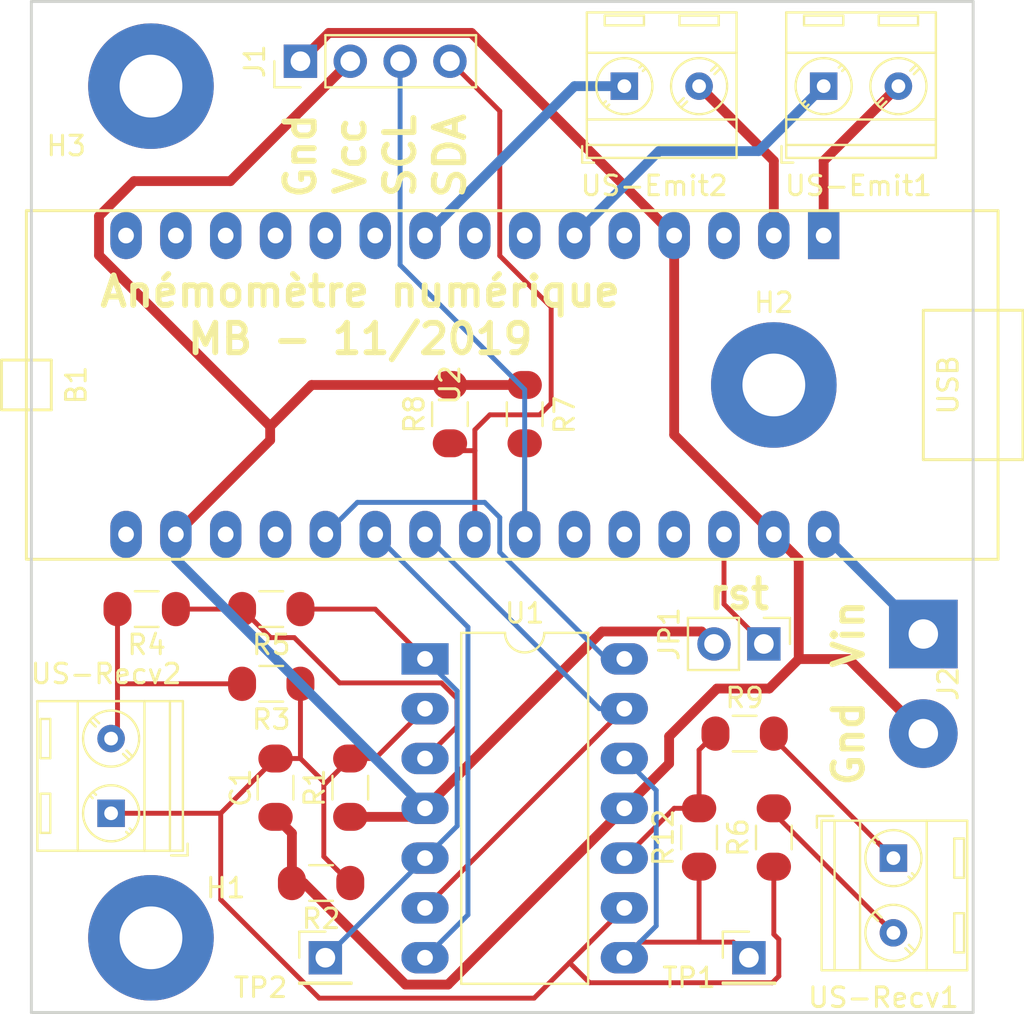
<source format=kicad_pcb>
(kicad_pcb (version 20171130) (host pcbnew 5.0.2-bee76a0~70~ubuntu18.04.1)

  (general
    (thickness 1.6)
    (drawings 12)
    (tracks 136)
    (zones 0)
    (modules 25)
    (nets 22)
  )

  (page A4)
  (layers
    (0 F.Cu signal)
    (31 B.Cu signal)
    (32 B.Adhes user)
    (33 F.Adhes user)
    (34 B.Paste user)
    (35 F.Paste user)
    (36 B.SilkS user)
    (37 F.SilkS user)
    (38 B.Mask user)
    (39 F.Mask user)
    (40 Dwgs.User user)
    (41 Cmts.User user)
    (42 Eco1.User user)
    (43 Eco2.User user)
    (44 Edge.Cuts user)
    (45 Margin user)
    (46 B.CrtYd user)
    (47 F.CrtYd user)
    (48 B.Fab user)
    (49 F.Fab user hide)
  )

  (setup
    (last_trace_width 0.25)
    (trace_clearance 0.3)
    (zone_clearance 0.508)
    (zone_45_only no)
    (trace_min 0.2)
    (segment_width 0.2)
    (edge_width 0.15)
    (via_size 0.8)
    (via_drill 0.4)
    (via_min_size 0.4)
    (via_min_drill 0.3)
    (uvia_size 0.3)
    (uvia_drill 0.1)
    (uvias_allowed no)
    (uvia_min_size 0.2)
    (uvia_min_drill 0.1)
    (pcb_text_width 0.3)
    (pcb_text_size 1.5 1.5)
    (mod_edge_width 0.15)
    (mod_text_size 1 1)
    (mod_text_width 0.15)
    (pad_size 1.524 1.524)
    (pad_drill 0.762)
    (pad_to_mask_clearance 0.051)
    (solder_mask_min_width 0.25)
    (aux_axis_origin 0 0)
    (visible_elements FFFFEF7F)
    (pcbplotparams
      (layerselection 0x010fc_ffffffff)
      (usegerberextensions false)
      (usegerberattributes false)
      (usegerberadvancedattributes false)
      (creategerberjobfile false)
      (excludeedgelayer true)
      (linewidth 0.100000)
      (plotframeref false)
      (viasonmask false)
      (mode 1)
      (useauxorigin false)
      (hpglpennumber 1)
      (hpglpenspeed 20)
      (hpglpendiameter 15.000000)
      (psnegative false)
      (psa4output false)
      (plotreference true)
      (plotvalue true)
      (plotinvisibletext false)
      (padsonsilk false)
      (subtractmaskfromsilk false)
      (outputformat 1)
      (mirror false)
      (drillshape 1)
      (scaleselection 1)
      (outputdirectory ""))
  )

  (net 0 "")
  (net 1 /GND_US)
  (net 2 GND)
  (net 3 VCC)
  (net 4 /I2C_SCL)
  (net 5 /I2C_SDA)
  (net 6 "Net-(JP1-Pad1)")
  (net 7 /TRIG1-)
  (net 8 /TRIG1+)
  (net 9 /TRIG2+)
  (net 10 /TRIG2-)
  (net 11 "Net-(R4-Pad1)")
  (net 12 "Net-(R5-Pad1)")
  (net 13 "Net-(R12-Pad2)")
  (net 14 "Net-(R12-Pad1)")
  (net 15 /SENSIB)
  (net 16 /ECHO1)
  (net 17 /ECHO2)
  (net 18 /Vin)
  (net 19 "Net-(R3-Pad2)")
  (net 20 "Net-(R6-Pad2)")
  (net 21 "Net-(R9-Pad2)")

  (net_class Default "This is the default net class."
    (clearance 0.3)
    (trace_width 0.25)
    (via_dia 0.8)
    (via_drill 0.4)
    (uvia_dia 0.3)
    (uvia_drill 0.1)
    (add_net /ECHO1)
    (add_net /ECHO2)
    (add_net /GND_US)
    (add_net /I2C_SCL)
    (add_net /I2C_SDA)
    (add_net /SENSIB)
    (add_net "Net-(JP1-Pad1)")
    (add_net "Net-(R12-Pad1)")
    (add_net "Net-(R12-Pad2)")
    (add_net "Net-(R3-Pad2)")
    (add_net "Net-(R4-Pad1)")
    (add_net "Net-(R5-Pad1)")
    (add_net "Net-(R6-Pad2)")
    (add_net "Net-(R9-Pad2)")
  )

  (net_class USout ""
    (clearance 0.3)
    (trace_width 0.5)
    (via_dia 0.8)
    (via_drill 0.4)
    (uvia_dia 0.3)
    (uvia_drill 0.1)
    (add_net /TRIG1+)
    (add_net /TRIG1-)
    (add_net /TRIG2+)
    (add_net /TRIG2-)
  )

  (net_class alim ""
    (clearance 0.3)
    (trace_width 0.5)
    (via_dia 0.8)
    (via_drill 0.4)
    (uvia_dia 0.3)
    (uvia_drill 0.1)
    (add_net /Vin)
    (add_net GND)
    (add_net VCC)
  )

  (module Capacitor_SMD:C_1206_3216Metric_Pad1.42x1.75mm_HandSolder (layer F.Cu) (tedit 5B301BBE) (tstamp 5D940363)
    (at 107.95 142.458 270)
    (descr "Capacitor SMD 1206 (3216 Metric), square (rectangular) end terminal, IPC_7351 nominal with elongated pad for handsoldering. (Body size source: http://www.tortai-tech.com/upload/download/2011102023233369053.pdf), generated with kicad-footprint-generator")
    (tags "capacitor handsolder")
    (path /5D8611CC)
    (attr smd)
    (fp_text reference C1 (at 0 1.778 270) (layer F.SilkS)
      (effects (font (size 1 1) (thickness 0.15)))
    )
    (fp_text value 100n (at 0 1.82 270) (layer F.Fab)
      (effects (font (size 1 1) (thickness 0.15)))
    )
    (fp_line (start -1.6 0.8) (end -1.6 -0.8) (layer F.Fab) (width 0.1))
    (fp_line (start -1.6 -0.8) (end 1.6 -0.8) (layer F.Fab) (width 0.1))
    (fp_line (start 1.6 -0.8) (end 1.6 0.8) (layer F.Fab) (width 0.1))
    (fp_line (start 1.6 0.8) (end -1.6 0.8) (layer F.Fab) (width 0.1))
    (fp_line (start -0.602064 -0.91) (end 0.602064 -0.91) (layer F.SilkS) (width 0.12))
    (fp_line (start -0.602064 0.91) (end 0.602064 0.91) (layer F.SilkS) (width 0.12))
    (fp_line (start -2.45 1.12) (end -2.45 -1.12) (layer F.CrtYd) (width 0.05))
    (fp_line (start -2.45 -1.12) (end 2.45 -1.12) (layer F.CrtYd) (width 0.05))
    (fp_line (start 2.45 -1.12) (end 2.45 1.12) (layer F.CrtYd) (width 0.05))
    (fp_line (start 2.45 1.12) (end -2.45 1.12) (layer F.CrtYd) (width 0.05))
    (fp_text user %R (at 0 0 270) (layer F.Fab)
      (effects (font (size 0.8 0.8) (thickness 0.12)))
    )
    (pad 1 smd oval (at -1.4875 0 270) (size 1.425 1.75) (layers F.Cu F.Paste F.Mask) (roundrect_rratio 0.175439)
      (net 1 /GND_US))
    (pad 2 smd oval (at 1.4875 0 270) (size 1.425 1.75) (layers F.Cu F.Paste F.Mask) (roundrect_rratio 0.175439)
      (net 2 GND))
    (model ${KISYS3DMOD}/Capacitor_SMD.3dshapes/C_1206_3216Metric.wrl
      (at (xyz 0 0 0))
      (scale (xyz 1 1 1))
      (rotate (xyz 0 0 0))
    )
  )

  (module Connector_PinHeader_2.54mm:PinHeader_1x04_P2.54mm_Vertical (layer F.Cu) (tedit 59FED5CC) (tstamp 5D93EFD0)
    (at 109.22 105.41 90)
    (descr "Through hole straight pin header, 1x04, 2.54mm pitch, single row")
    (tags "Through hole pin header THT 1x04 2.54mm single row")
    (path /5D8848DD)
    (fp_text reference J1 (at 0 -2.33 90) (layer F.SilkS)
      (effects (font (size 1 1) (thickness 0.15)))
    )
    (fp_text value Conn_01x04_Male (at 0 9.95 90) (layer F.Fab)
      (effects (font (size 1 1) (thickness 0.15)))
    )
    (fp_line (start -0.635 -1.27) (end 1.27 -1.27) (layer F.Fab) (width 0.1))
    (fp_line (start 1.27 -1.27) (end 1.27 8.89) (layer F.Fab) (width 0.1))
    (fp_line (start 1.27 8.89) (end -1.27 8.89) (layer F.Fab) (width 0.1))
    (fp_line (start -1.27 8.89) (end -1.27 -0.635) (layer F.Fab) (width 0.1))
    (fp_line (start -1.27 -0.635) (end -0.635 -1.27) (layer F.Fab) (width 0.1))
    (fp_line (start -1.33 8.95) (end 1.33 8.95) (layer F.SilkS) (width 0.12))
    (fp_line (start -1.33 1.27) (end -1.33 8.95) (layer F.SilkS) (width 0.12))
    (fp_line (start 1.33 1.27) (end 1.33 8.95) (layer F.SilkS) (width 0.12))
    (fp_line (start -1.33 1.27) (end 1.33 1.27) (layer F.SilkS) (width 0.12))
    (fp_line (start -1.33 0) (end -1.33 -1.33) (layer F.SilkS) (width 0.12))
    (fp_line (start -1.33 -1.33) (end 0 -1.33) (layer F.SilkS) (width 0.12))
    (fp_line (start -1.8 -1.8) (end -1.8 9.4) (layer F.CrtYd) (width 0.05))
    (fp_line (start -1.8 9.4) (end 1.8 9.4) (layer F.CrtYd) (width 0.05))
    (fp_line (start 1.8 9.4) (end 1.8 -1.8) (layer F.CrtYd) (width 0.05))
    (fp_line (start 1.8 -1.8) (end -1.8 -1.8) (layer F.CrtYd) (width 0.05))
    (fp_text user %R (at 0 3.81 180) (layer F.Fab)
      (effects (font (size 1 1) (thickness 0.15)))
    )
    (pad 1 thru_hole rect (at 0 0 90) (size 1.7 1.7) (drill 1) (layers *.Cu *.Mask)
      (net 2 GND))
    (pad 2 thru_hole oval (at 0 2.54 90) (size 1.7 1.7) (drill 1) (layers *.Cu *.Mask)
      (net 3 VCC))
    (pad 3 thru_hole oval (at 0 5.08 90) (size 1.7 1.7) (drill 1) (layers *.Cu *.Mask)
      (net 4 /I2C_SCL))
    (pad 4 thru_hole oval (at 0 7.62 90) (size 1.7 1.7) (drill 1) (layers *.Cu *.Mask)
      (net 5 /I2C_SDA))
    (model ${KISYS3DMOD}/Connector_PinHeader_2.54mm.3dshapes/PinHeader_1x04_P2.54mm_Vertical.wrl
      (at (xyz 0 0 0))
      (scale (xyz 1 1 1))
      (rotate (xyz 0 0 0))
    )
  )

  (module Connector_Wire:SolderWirePad_1x02_P5.08mm_Drill1.5mm (layer F.Cu) (tedit 5DBBFB0D) (tstamp 5D93EFDB)
    (at 140.97 134.62 270)
    (descr "Wire solder connection")
    (tags connector)
    (path /5D8A39AF)
    (attr virtual)
    (fp_text reference J2 (at 2.54 -1.27 270) (layer F.SilkS)
      (effects (font (size 1 1) (thickness 0.15)))
    )
    (fp_text value Conn_01x02_Female (at 2.54 3.81 270) (layer F.Fab)
      (effects (font (size 1 1) (thickness 0.15)))
    )
    (fp_text user %R (at 2.54 0 270) (layer F.Fab)
      (effects (font (size 1 1) (thickness 0.15)))
    )
    (fp_line (start -2.25 -2.25) (end 7.33 -2.25) (layer F.CrtYd) (width 0.05))
    (fp_line (start -2.25 -2.25) (end -2.25 2.25) (layer F.CrtYd) (width 0.05))
    (fp_line (start 7.33 2.25) (end 7.33 -2.25) (layer F.CrtYd) (width 0.05))
    (fp_line (start 7.33 2.25) (end -2.25 2.25) (layer F.CrtYd) (width 0.05))
    (pad 1 thru_hole rect (at 0 0 270) (size 3.50012 3.50012) (drill 1.50114) (layers *.Cu *.Mask)
      (net 18 /Vin))
    (pad 2 thru_hole circle (at 5.08 0 270) (size 3.50012 3.50012) (drill 1.50114) (layers *.Cu *.Mask)
      (net 2 GND))
  )

  (module Connector_PinHeader_2.54mm:PinHeader_1x02_P2.54mm_Vertical (layer F.Cu) (tedit 59FED5CC) (tstamp 5D93EFF1)
    (at 132.842 135.128 270)
    (descr "Through hole straight pin header, 1x02, 2.54mm pitch, single row")
    (tags "Through hole pin header THT 1x02 2.54mm single row")
    (path /5D8A9C8E)
    (fp_text reference JP1 (at -0.508 4.826 270) (layer F.SilkS)
      (effects (font (size 1 1) (thickness 0.15)))
    )
    (fp_text value Jumper (at 0 4.87 270) (layer F.Fab)
      (effects (font (size 1 1) (thickness 0.15)))
    )
    (fp_line (start -0.635 -1.27) (end 1.27 -1.27) (layer F.Fab) (width 0.1))
    (fp_line (start 1.27 -1.27) (end 1.27 3.81) (layer F.Fab) (width 0.1))
    (fp_line (start 1.27 3.81) (end -1.27 3.81) (layer F.Fab) (width 0.1))
    (fp_line (start -1.27 3.81) (end -1.27 -0.635) (layer F.Fab) (width 0.1))
    (fp_line (start -1.27 -0.635) (end -0.635 -1.27) (layer F.Fab) (width 0.1))
    (fp_line (start -1.33 3.87) (end 1.33 3.87) (layer F.SilkS) (width 0.12))
    (fp_line (start -1.33 1.27) (end -1.33 3.87) (layer F.SilkS) (width 0.12))
    (fp_line (start 1.33 1.27) (end 1.33 3.87) (layer F.SilkS) (width 0.12))
    (fp_line (start -1.33 1.27) (end 1.33 1.27) (layer F.SilkS) (width 0.12))
    (fp_line (start -1.33 0) (end -1.33 -1.33) (layer F.SilkS) (width 0.12))
    (fp_line (start -1.33 -1.33) (end 0 -1.33) (layer F.SilkS) (width 0.12))
    (fp_line (start -1.8 -1.8) (end -1.8 4.35) (layer F.CrtYd) (width 0.05))
    (fp_line (start -1.8 4.35) (end 1.8 4.35) (layer F.CrtYd) (width 0.05))
    (fp_line (start 1.8 4.35) (end 1.8 -1.8) (layer F.CrtYd) (width 0.05))
    (fp_line (start 1.8 -1.8) (end -1.8 -1.8) (layer F.CrtYd) (width 0.05))
    (fp_text user %R (at 0 1.27) (layer F.Fab)
      (effects (font (size 1 1) (thickness 0.15)))
    )
    (pad 1 thru_hole rect (at 0 0 270) (size 1.7 1.7) (drill 1) (layers *.Cu *.Mask)
      (net 6 "Net-(JP1-Pad1)"))
    (pad 2 thru_hole oval (at 0 2.54 270) (size 1.7 1.7) (drill 1) (layers *.Cu *.Mask)
      (net 3 VCC))
    (model ${KISYS3DMOD}/Connector_PinHeader_2.54mm.3dshapes/PinHeader_1x02_P2.54mm_Vertical.wrl
      (at (xyz 0 0 0))
      (scale (xyz 1 1 1))
      (rotate (xyz 0 0 0))
    )
  )

  (module Resistor_SMD:R_1206_3216Metric_Pad1.42x1.75mm_HandSolder (layer F.Cu) (tedit 5B301BBD) (tstamp 5D93FA4C)
    (at 111.76 142.458 90)
    (descr "Resistor SMD 1206 (3216 Metric), square (rectangular) end terminal, IPC_7351 nominal with elongated pad for handsoldering. (Body size source: http://www.tortai-tech.com/upload/download/2011102023233369053.pdf), generated with kicad-footprint-generator")
    (tags "resistor handsolder")
    (path /5D8607C8)
    (attr smd)
    (fp_text reference R1 (at 0 -1.82 90) (layer F.SilkS)
      (effects (font (size 1 1) (thickness 0.15)))
    )
    (fp_text value 1K (at 0 1.82 90) (layer F.Fab)
      (effects (font (size 1 1) (thickness 0.15)))
    )
    (fp_text user %R (at 0 0 90) (layer F.Fab)
      (effects (font (size 0.8 0.8) (thickness 0.12)))
    )
    (fp_line (start 2.45 1.12) (end -2.45 1.12) (layer F.CrtYd) (width 0.05))
    (fp_line (start 2.45 -1.12) (end 2.45 1.12) (layer F.CrtYd) (width 0.05))
    (fp_line (start -2.45 -1.12) (end 2.45 -1.12) (layer F.CrtYd) (width 0.05))
    (fp_line (start -2.45 1.12) (end -2.45 -1.12) (layer F.CrtYd) (width 0.05))
    (fp_line (start -0.602064 0.91) (end 0.602064 0.91) (layer F.SilkS) (width 0.12))
    (fp_line (start -0.602064 -0.91) (end 0.602064 -0.91) (layer F.SilkS) (width 0.12))
    (fp_line (start 1.6 0.8) (end -1.6 0.8) (layer F.Fab) (width 0.1))
    (fp_line (start 1.6 -0.8) (end 1.6 0.8) (layer F.Fab) (width 0.1))
    (fp_line (start -1.6 -0.8) (end 1.6 -0.8) (layer F.Fab) (width 0.1))
    (fp_line (start -1.6 0.8) (end -1.6 -0.8) (layer F.Fab) (width 0.1))
    (pad 2 smd oval (at 1.4875 0 90) (size 1.425 1.75) (layers F.Cu F.Paste F.Mask) (roundrect_rratio 0.175439)
      (net 1 /GND_US))
    (pad 1 smd oval (at -1.4875 0 90) (size 1.425 1.75) (layers F.Cu F.Paste F.Mask) (roundrect_rratio 0.175439)
      (net 3 VCC))
    (model ${KISYS3DMOD}/Resistor_SMD.3dshapes/R_1206_3216Metric.wrl
      (at (xyz 0 0 0))
      (scale (xyz 1 1 1))
      (rotate (xyz 0 0 0))
    )
  )

  (module Resistor_SMD:R_1206_3216Metric_Pad1.42x1.75mm_HandSolder (layer F.Cu) (tedit 5B301BBD) (tstamp 5D93F02F)
    (at 110.272 147.32 180)
    (descr "Resistor SMD 1206 (3216 Metric), square (rectangular) end terminal, IPC_7351 nominal with elongated pad for handsoldering. (Body size source: http://www.tortai-tech.com/upload/download/2011102023233369053.pdf), generated with kicad-footprint-generator")
    (tags "resistor handsolder")
    (path /5D86084F)
    (attr smd)
    (fp_text reference R2 (at 0 -1.82 180) (layer F.SilkS)
      (effects (font (size 1 1) (thickness 0.15)))
    )
    (fp_text value 1K (at 0 1.82 180) (layer F.Fab)
      (effects (font (size 1 1) (thickness 0.15)))
    )
    (fp_line (start -1.6 0.8) (end -1.6 -0.8) (layer F.Fab) (width 0.1))
    (fp_line (start -1.6 -0.8) (end 1.6 -0.8) (layer F.Fab) (width 0.1))
    (fp_line (start 1.6 -0.8) (end 1.6 0.8) (layer F.Fab) (width 0.1))
    (fp_line (start 1.6 0.8) (end -1.6 0.8) (layer F.Fab) (width 0.1))
    (fp_line (start -0.602064 -0.91) (end 0.602064 -0.91) (layer F.SilkS) (width 0.12))
    (fp_line (start -0.602064 0.91) (end 0.602064 0.91) (layer F.SilkS) (width 0.12))
    (fp_line (start -2.45 1.12) (end -2.45 -1.12) (layer F.CrtYd) (width 0.05))
    (fp_line (start -2.45 -1.12) (end 2.45 -1.12) (layer F.CrtYd) (width 0.05))
    (fp_line (start 2.45 -1.12) (end 2.45 1.12) (layer F.CrtYd) (width 0.05))
    (fp_line (start 2.45 1.12) (end -2.45 1.12) (layer F.CrtYd) (width 0.05))
    (fp_text user %R (at 0 0 180) (layer F.Fab)
      (effects (font (size 0.8 0.8) (thickness 0.12)))
    )
    (pad 1 smd oval (at -1.4875 0 180) (size 1.425 1.75) (layers F.Cu F.Paste F.Mask) (roundrect_rratio 0.175439)
      (net 1 /GND_US))
    (pad 2 smd oval (at 1.4875 0 180) (size 1.425 1.75) (layers F.Cu F.Paste F.Mask) (roundrect_rratio 0.175439)
      (net 2 GND))
    (model ${KISYS3DMOD}/Resistor_SMD.3dshapes/R_1206_3216Metric.wrl
      (at (xyz 0 0 0))
      (scale (xyz 1 1 1))
      (rotate (xyz 0 0 0))
    )
  )

  (module Resistor_SMD:R_1206_3216Metric_Pad1.42x1.75mm_HandSolder (layer F.Cu) (tedit 5B301BBD) (tstamp 5D93F040)
    (at 107.732 137.16 180)
    (descr "Resistor SMD 1206 (3216 Metric), square (rectangular) end terminal, IPC_7351 nominal with elongated pad for handsoldering. (Body size source: http://www.tortai-tech.com/upload/download/2011102023233369053.pdf), generated with kicad-footprint-generator")
    (tags "resistor handsolder")
    (path /5D85FB80)
    (attr smd)
    (fp_text reference R3 (at 0 -1.82 180) (layer F.SilkS)
      (effects (font (size 1 1) (thickness 0.15)))
    )
    (fp_text value 3.9K (at 0 1.82 180) (layer F.Fab)
      (effects (font (size 1 1) (thickness 0.15)))
    )
    (fp_line (start -1.6 0.8) (end -1.6 -0.8) (layer F.Fab) (width 0.1))
    (fp_line (start -1.6 -0.8) (end 1.6 -0.8) (layer F.Fab) (width 0.1))
    (fp_line (start 1.6 -0.8) (end 1.6 0.8) (layer F.Fab) (width 0.1))
    (fp_line (start 1.6 0.8) (end -1.6 0.8) (layer F.Fab) (width 0.1))
    (fp_line (start -0.602064 -0.91) (end 0.602064 -0.91) (layer F.SilkS) (width 0.12))
    (fp_line (start -0.602064 0.91) (end 0.602064 0.91) (layer F.SilkS) (width 0.12))
    (fp_line (start -2.45 1.12) (end -2.45 -1.12) (layer F.CrtYd) (width 0.05))
    (fp_line (start -2.45 -1.12) (end 2.45 -1.12) (layer F.CrtYd) (width 0.05))
    (fp_line (start 2.45 -1.12) (end 2.45 1.12) (layer F.CrtYd) (width 0.05))
    (fp_line (start 2.45 1.12) (end -2.45 1.12) (layer F.CrtYd) (width 0.05))
    (fp_text user %R (at 0 0 180) (layer F.Fab)
      (effects (font (size 0.8 0.8) (thickness 0.12)))
    )
    (pad 1 smd oval (at -1.4875 0 180) (size 1.425 1.75) (layers F.Cu F.Paste F.Mask) (roundrect_rratio 0.175439)
      (net 1 /GND_US))
    (pad 2 smd oval (at 1.4875 0 180) (size 1.425 1.75) (layers F.Cu F.Paste F.Mask) (roundrect_rratio 0.175439)
      (net 19 "Net-(R3-Pad2)"))
    (model ${KISYS3DMOD}/Resistor_SMD.3dshapes/R_1206_3216Metric.wrl
      (at (xyz 0 0 0))
      (scale (xyz 1 1 1))
      (rotate (xyz 0 0 0))
    )
  )

  (module Resistor_SMD:R_1206_3216Metric_Pad1.42x1.75mm_HandSolder (layer F.Cu) (tedit 5B301BBD) (tstamp 5D93F051)
    (at 101.382 133.35 180)
    (descr "Resistor SMD 1206 (3216 Metric), square (rectangular) end terminal, IPC_7351 nominal with elongated pad for handsoldering. (Body size source: http://www.tortai-tech.com/upload/download/2011102023233369053.pdf), generated with kicad-footprint-generator")
    (tags "resistor handsolder")
    (path /5D85FD90)
    (attr smd)
    (fp_text reference R4 (at 0 -1.82 180) (layer F.SilkS)
      (effects (font (size 1 1) (thickness 0.15)))
    )
    (fp_text value 3.9K (at 0 1.82 180) (layer F.Fab)
      (effects (font (size 1 1) (thickness 0.15)))
    )
    (fp_text user %R (at 0 0 270) (layer F.Fab)
      (effects (font (size 0.8 0.8) (thickness 0.12)))
    )
    (fp_line (start 2.45 1.12) (end -2.45 1.12) (layer F.CrtYd) (width 0.05))
    (fp_line (start 2.45 -1.12) (end 2.45 1.12) (layer F.CrtYd) (width 0.05))
    (fp_line (start -2.45 -1.12) (end 2.45 -1.12) (layer F.CrtYd) (width 0.05))
    (fp_line (start -2.45 1.12) (end -2.45 -1.12) (layer F.CrtYd) (width 0.05))
    (fp_line (start -0.602064 0.91) (end 0.602064 0.91) (layer F.SilkS) (width 0.12))
    (fp_line (start -0.602064 -0.91) (end 0.602064 -0.91) (layer F.SilkS) (width 0.12))
    (fp_line (start 1.6 0.8) (end -1.6 0.8) (layer F.Fab) (width 0.1))
    (fp_line (start 1.6 -0.8) (end 1.6 0.8) (layer F.Fab) (width 0.1))
    (fp_line (start -1.6 -0.8) (end 1.6 -0.8) (layer F.Fab) (width 0.1))
    (fp_line (start -1.6 0.8) (end -1.6 -0.8) (layer F.Fab) (width 0.1))
    (pad 2 smd oval (at 1.4875 0 180) (size 1.425 1.75) (layers F.Cu F.Paste F.Mask) (roundrect_rratio 0.175439)
      (net 19 "Net-(R3-Pad2)"))
    (pad 1 smd oval (at -1.4875 0 180) (size 1.425 1.75) (layers F.Cu F.Paste F.Mask) (roundrect_rratio 0.175439)
      (net 11 "Net-(R4-Pad1)"))
    (model ${KISYS3DMOD}/Resistor_SMD.3dshapes/R_1206_3216Metric.wrl
      (at (xyz 0 0 0))
      (scale (xyz 1 1 1))
      (rotate (xyz 0 0 0))
    )
  )

  (module Resistor_SMD:R_1206_3216Metric_Pad1.42x1.75mm_HandSolder (layer F.Cu) (tedit 5B301BBD) (tstamp 5D9407A8)
    (at 107.732 133.35 180)
    (descr "Resistor SMD 1206 (3216 Metric), square (rectangular) end terminal, IPC_7351 nominal with elongated pad for handsoldering. (Body size source: http://www.tortai-tech.com/upload/download/2011102023233369053.pdf), generated with kicad-footprint-generator")
    (tags "resistor handsolder")
    (path /5D85FDC0)
    (attr smd)
    (fp_text reference R5 (at 0 -1.82 180) (layer F.SilkS)
      (effects (font (size 1 1) (thickness 0.15)))
    )
    (fp_text value 1M (at 0 1.82 180) (layer F.Fab)
      (effects (font (size 1 1) (thickness 0.15)))
    )
    (fp_line (start -1.6 0.8) (end -1.6 -0.8) (layer F.Fab) (width 0.1))
    (fp_line (start -1.6 -0.8) (end 1.6 -0.8) (layer F.Fab) (width 0.1))
    (fp_line (start 1.6 -0.8) (end 1.6 0.8) (layer F.Fab) (width 0.1))
    (fp_line (start 1.6 0.8) (end -1.6 0.8) (layer F.Fab) (width 0.1))
    (fp_line (start -0.602064 -0.91) (end 0.602064 -0.91) (layer F.SilkS) (width 0.12))
    (fp_line (start -0.602064 0.91) (end 0.602064 0.91) (layer F.SilkS) (width 0.12))
    (fp_line (start -2.45 1.12) (end -2.45 -1.12) (layer F.CrtYd) (width 0.05))
    (fp_line (start -2.45 -1.12) (end 2.45 -1.12) (layer F.CrtYd) (width 0.05))
    (fp_line (start 2.45 -1.12) (end 2.45 1.12) (layer F.CrtYd) (width 0.05))
    (fp_line (start 2.45 1.12) (end -2.45 1.12) (layer F.CrtYd) (width 0.05))
    (fp_text user %R (at 0 0 -90) (layer F.Fab)
      (effects (font (size 0.8 0.8) (thickness 0.12)))
    )
    (pad 1 smd oval (at -1.4875 0 180) (size 1.425 1.75) (layers F.Cu F.Paste F.Mask) (roundrect_rratio 0.175439)
      (net 12 "Net-(R5-Pad1)"))
    (pad 2 smd oval (at 1.4875 0 180) (size 1.425 1.75) (layers F.Cu F.Paste F.Mask) (roundrect_rratio 0.175439)
      (net 11 "Net-(R4-Pad1)"))
    (model ${KISYS3DMOD}/Resistor_SMD.3dshapes/R_1206_3216Metric.wrl
      (at (xyz 0 0 0))
      (scale (xyz 1 1 1))
      (rotate (xyz 0 0 0))
    )
  )

  (module Resistor_SMD:R_1206_3216Metric_Pad1.42x1.75mm_HandSolder (layer F.Cu) (tedit 5B301BBD) (tstamp 5D93F98B)
    (at 133.35 144.998 90)
    (descr "Resistor SMD 1206 (3216 Metric), square (rectangular) end terminal, IPC_7351 nominal with elongated pad for handsoldering. (Body size source: http://www.tortai-tech.com/upload/download/2011102023233369053.pdf), generated with kicad-footprint-generator")
    (tags "resistor handsolder")
    (path /5D86820C)
    (attr smd)
    (fp_text reference R6 (at 0 -1.82 90) (layer F.SilkS)
      (effects (font (size 1 1) (thickness 0.15)))
    )
    (fp_text value 3.9K (at 0 1.82 90) (layer F.Fab)
      (effects (font (size 1 1) (thickness 0.15)))
    )
    (fp_text user %R (at 0 0 90) (layer F.Fab)
      (effects (font (size 0.8 0.8) (thickness 0.12)))
    )
    (fp_line (start 2.45 1.12) (end -2.45 1.12) (layer F.CrtYd) (width 0.05))
    (fp_line (start 2.45 -1.12) (end 2.45 1.12) (layer F.CrtYd) (width 0.05))
    (fp_line (start -2.45 -1.12) (end 2.45 -1.12) (layer F.CrtYd) (width 0.05))
    (fp_line (start -2.45 1.12) (end -2.45 -1.12) (layer F.CrtYd) (width 0.05))
    (fp_line (start -0.602064 0.91) (end 0.602064 0.91) (layer F.SilkS) (width 0.12))
    (fp_line (start -0.602064 -0.91) (end 0.602064 -0.91) (layer F.SilkS) (width 0.12))
    (fp_line (start 1.6 0.8) (end -1.6 0.8) (layer F.Fab) (width 0.1))
    (fp_line (start 1.6 -0.8) (end 1.6 0.8) (layer F.Fab) (width 0.1))
    (fp_line (start -1.6 -0.8) (end 1.6 -0.8) (layer F.Fab) (width 0.1))
    (fp_line (start -1.6 0.8) (end -1.6 -0.8) (layer F.Fab) (width 0.1))
    (pad 2 smd oval (at 1.4875 0 90) (size 1.425 1.75) (layers F.Cu F.Paste F.Mask) (roundrect_rratio 0.175439)
      (net 20 "Net-(R6-Pad2)"))
    (pad 1 smd oval (at -1.4875 0 90) (size 1.425 1.75) (layers F.Cu F.Paste F.Mask) (roundrect_rratio 0.175439)
      (net 1 /GND_US))
    (model ${KISYS3DMOD}/Resistor_SMD.3dshapes/R_1206_3216Metric.wrl
      (at (xyz 0 0 0))
      (scale (xyz 1 1 1))
      (rotate (xyz 0 0 0))
    )
  )

  (module Resistor_SMD:R_1206_3216Metric_Pad1.42x1.75mm_HandSolder (layer F.Cu) (tedit 5B301BBD) (tstamp 5D93F084)
    (at 120.65 123.408 90)
    (descr "Resistor SMD 1206 (3216 Metric), square (rectangular) end terminal, IPC_7351 nominal with elongated pad for handsoldering. (Body size source: http://www.tortai-tech.com/upload/download/2011102023233369053.pdf), generated with kicad-footprint-generator")
    (tags "resistor handsolder")
    (path /5D884646)
    (attr smd)
    (fp_text reference R7 (at -0.036 2.032 90) (layer F.SilkS)
      (effects (font (size 1 1) (thickness 0.15)))
    )
    (fp_text value 4.7K (at 0 1.82 90) (layer F.Fab)
      (effects (font (size 1 1) (thickness 0.15)))
    )
    (fp_line (start -1.6 0.8) (end -1.6 -0.8) (layer F.Fab) (width 0.1))
    (fp_line (start -1.6 -0.8) (end 1.6 -0.8) (layer F.Fab) (width 0.1))
    (fp_line (start 1.6 -0.8) (end 1.6 0.8) (layer F.Fab) (width 0.1))
    (fp_line (start 1.6 0.8) (end -1.6 0.8) (layer F.Fab) (width 0.1))
    (fp_line (start -0.602064 -0.91) (end 0.602064 -0.91) (layer F.SilkS) (width 0.12))
    (fp_line (start -0.602064 0.91) (end 0.602064 0.91) (layer F.SilkS) (width 0.12))
    (fp_line (start -2.45 1.12) (end -2.45 -1.12) (layer F.CrtYd) (width 0.05))
    (fp_line (start -2.45 -1.12) (end 2.45 -1.12) (layer F.CrtYd) (width 0.05))
    (fp_line (start 2.45 -1.12) (end 2.45 1.12) (layer F.CrtYd) (width 0.05))
    (fp_line (start 2.45 1.12) (end -2.45 1.12) (layer F.CrtYd) (width 0.05))
    (fp_text user %R (at 0 0 90) (layer F.Fab)
      (effects (font (size 0.8 0.8) (thickness 0.12)))
    )
    (pad 1 smd oval (at -1.4875 0 90) (size 1.425 1.75) (layers F.Cu F.Paste F.Mask) (roundrect_rratio 0.175439)
      (net 4 /I2C_SCL))
    (pad 2 smd oval (at 1.4875 0 90) (size 1.425 1.75) (layers F.Cu F.Paste F.Mask) (roundrect_rratio 0.175439)
      (net 3 VCC))
    (model ${KISYS3DMOD}/Resistor_SMD.3dshapes/R_1206_3216Metric.wrl
      (at (xyz 0 0 0))
      (scale (xyz 1 1 1))
      (rotate (xyz 0 0 0))
    )
  )

  (module Resistor_SMD:R_1206_3216Metric_Pad1.42x1.75mm_HandSolder (layer F.Cu) (tedit 5B301BBD) (tstamp 5D93F095)
    (at 116.84 123.408 90)
    (descr "Resistor SMD 1206 (3216 Metric), square (rectangular) end terminal, IPC_7351 nominal with elongated pad for handsoldering. (Body size source: http://www.tortai-tech.com/upload/download/2011102023233369053.pdf), generated with kicad-footprint-generator")
    (tags "resistor handsolder")
    (path /5D8847CC)
    (attr smd)
    (fp_text reference R8 (at 0 -1.82 90) (layer F.SilkS)
      (effects (font (size 1 1) (thickness 0.15)))
    )
    (fp_text value 4.7K (at 0 1.82 90) (layer F.Fab)
      (effects (font (size 1 1) (thickness 0.15)))
    )
    (fp_text user %R (at 0 0 90) (layer F.Fab)
      (effects (font (size 0.8 0.8) (thickness 0.12)))
    )
    (fp_line (start 2.45 1.12) (end -2.45 1.12) (layer F.CrtYd) (width 0.05))
    (fp_line (start 2.45 -1.12) (end 2.45 1.12) (layer F.CrtYd) (width 0.05))
    (fp_line (start -2.45 -1.12) (end 2.45 -1.12) (layer F.CrtYd) (width 0.05))
    (fp_line (start -2.45 1.12) (end -2.45 -1.12) (layer F.CrtYd) (width 0.05))
    (fp_line (start -0.602064 0.91) (end 0.602064 0.91) (layer F.SilkS) (width 0.12))
    (fp_line (start -0.602064 -0.91) (end 0.602064 -0.91) (layer F.SilkS) (width 0.12))
    (fp_line (start 1.6 0.8) (end -1.6 0.8) (layer F.Fab) (width 0.1))
    (fp_line (start 1.6 -0.8) (end 1.6 0.8) (layer F.Fab) (width 0.1))
    (fp_line (start -1.6 -0.8) (end 1.6 -0.8) (layer F.Fab) (width 0.1))
    (fp_line (start -1.6 0.8) (end -1.6 -0.8) (layer F.Fab) (width 0.1))
    (pad 2 smd oval (at 1.4875 0 90) (size 1.425 1.75) (layers F.Cu F.Paste F.Mask) (roundrect_rratio 0.175439)
      (net 3 VCC))
    (pad 1 smd oval (at -1.4875 0 90) (size 1.425 1.75) (layers F.Cu F.Paste F.Mask) (roundrect_rratio 0.175439)
      (net 5 /I2C_SDA))
    (model ${KISYS3DMOD}/Resistor_SMD.3dshapes/R_1206_3216Metric.wrl
      (at (xyz 0 0 0))
      (scale (xyz 1 1 1))
      (rotate (xyz 0 0 0))
    )
  )

  (module Resistor_SMD:R_1206_3216Metric_Pad1.42x1.75mm_HandSolder (layer F.Cu) (tedit 5B301BBD) (tstamp 5D93F552)
    (at 131.862 139.7)
    (descr "Resistor SMD 1206 (3216 Metric), square (rectangular) end terminal, IPC_7351 nominal with elongated pad for handsoldering. (Body size source: http://www.tortai-tech.com/upload/download/2011102023233369053.pdf), generated with kicad-footprint-generator")
    (tags "resistor handsolder")
    (path /5D868213)
    (attr smd)
    (fp_text reference R9 (at 0 -1.82) (layer F.SilkS)
      (effects (font (size 1 1) (thickness 0.15)))
    )
    (fp_text value 3.9K (at 0 1.82) (layer F.Fab)
      (effects (font (size 1 1) (thickness 0.15)))
    )
    (fp_line (start -1.6 0.8) (end -1.6 -0.8) (layer F.Fab) (width 0.1))
    (fp_line (start -1.6 -0.8) (end 1.6 -0.8) (layer F.Fab) (width 0.1))
    (fp_line (start 1.6 -0.8) (end 1.6 0.8) (layer F.Fab) (width 0.1))
    (fp_line (start 1.6 0.8) (end -1.6 0.8) (layer F.Fab) (width 0.1))
    (fp_line (start -0.602064 -0.91) (end 0.602064 -0.91) (layer F.SilkS) (width 0.12))
    (fp_line (start -0.602064 0.91) (end 0.602064 0.91) (layer F.SilkS) (width 0.12))
    (fp_line (start -2.45 1.12) (end -2.45 -1.12) (layer F.CrtYd) (width 0.05))
    (fp_line (start -2.45 -1.12) (end 2.45 -1.12) (layer F.CrtYd) (width 0.05))
    (fp_line (start 2.45 -1.12) (end 2.45 1.12) (layer F.CrtYd) (width 0.05))
    (fp_line (start 2.45 1.12) (end -2.45 1.12) (layer F.CrtYd) (width 0.05))
    (fp_text user %R (at 0 0) (layer F.Fab)
      (effects (font (size 0.8 0.8) (thickness 0.12)))
    )
    (pad 1 smd oval (at -1.4875 0) (size 1.425 1.75) (layers F.Cu F.Paste F.Mask) (roundrect_rratio 0.175439)
      (net 13 "Net-(R12-Pad2)"))
    (pad 2 smd oval (at 1.4875 0) (size 1.425 1.75) (layers F.Cu F.Paste F.Mask) (roundrect_rratio 0.175439)
      (net 21 "Net-(R9-Pad2)"))
    (model ${KISYS3DMOD}/Resistor_SMD.3dshapes/R_1206_3216Metric.wrl
      (at (xyz 0 0 0))
      (scale (xyz 1 1 1))
      (rotate (xyz 0 0 0))
    )
  )

  (module Resistor_SMD:R_1206_3216Metric_Pad1.42x1.75mm_HandSolder (layer F.Cu) (tedit 5B301BBD) (tstamp 5D93F0B7)
    (at 129.54 144.998 90)
    (descr "Resistor SMD 1206 (3216 Metric), square (rectangular) end terminal, IPC_7351 nominal with elongated pad for handsoldering. (Body size source: http://www.tortai-tech.com/upload/download/2011102023233369053.pdf), generated with kicad-footprint-generator")
    (tags "resistor handsolder")
    (path /5D86821A)
    (attr smd)
    (fp_text reference R12 (at 0 -1.82 90) (layer F.SilkS)
      (effects (font (size 1 1) (thickness 0.15)))
    )
    (fp_text value 1M (at 0 1.82 90) (layer F.Fab)
      (effects (font (size 1 1) (thickness 0.15)))
    )
    (fp_text user %R (at 0 1.27 90) (layer F.Fab)
      (effects (font (size 0.8 0.8) (thickness 0.12)))
    )
    (fp_line (start 2.45 1.12) (end -2.45 1.12) (layer F.CrtYd) (width 0.05))
    (fp_line (start 2.45 -1.12) (end 2.45 1.12) (layer F.CrtYd) (width 0.05))
    (fp_line (start -2.45 -1.12) (end 2.45 -1.12) (layer F.CrtYd) (width 0.05))
    (fp_line (start -2.45 1.12) (end -2.45 -1.12) (layer F.CrtYd) (width 0.05))
    (fp_line (start -0.602064 0.91) (end 0.602064 0.91) (layer F.SilkS) (width 0.12))
    (fp_line (start -0.602064 -0.91) (end 0.602064 -0.91) (layer F.SilkS) (width 0.12))
    (fp_line (start 1.6 0.8) (end -1.6 0.8) (layer F.Fab) (width 0.1))
    (fp_line (start 1.6 -0.8) (end 1.6 0.8) (layer F.Fab) (width 0.1))
    (fp_line (start -1.6 -0.8) (end 1.6 -0.8) (layer F.Fab) (width 0.1))
    (fp_line (start -1.6 0.8) (end -1.6 -0.8) (layer F.Fab) (width 0.1))
    (pad 2 smd oval (at 1.4875 0 90) (size 1.425 1.75) (layers F.Cu F.Paste F.Mask) (roundrect_rratio 0.175439)
      (net 13 "Net-(R12-Pad2)"))
    (pad 1 smd oval (at -1.4875 0 90) (size 1.425 1.75) (layers F.Cu F.Paste F.Mask) (roundrect_rratio 0.175439)
      (net 14 "Net-(R12-Pad1)"))
    (model ${KISYS3DMOD}/Resistor_SMD.3dshapes/R_1206_3216Metric.wrl
      (at (xyz 0 0 0))
      (scale (xyz 1 1 1))
      (rotate (xyz 0 0 0))
    )
  )

  (module Package_DIP:DIP-14_W10.16mm_LongPads (layer F.Cu) (tedit 5D877615) (tstamp 5DAA0C88)
    (at 115.57 135.89)
    (descr "14-lead though-hole mounted DIP package, row spacing 10.16 mm (400 mils), LongPads")
    (tags "THT DIP DIL PDIP 2.54mm 10.16mm 400mil LongPads")
    (path /5D85FE86)
    (fp_text reference U1 (at 5.08 -2.33) (layer F.SilkS)
      (effects (font (size 1 1) (thickness 0.15)))
    )
    (fp_text value MCP6L94 (at 5.08 17.57) (layer F.Fab)
      (effects (font (size 1 1) (thickness 0.15)))
    )
    (fp_arc (start 5.08 -1.33) (end 4.08 -1.33) (angle -180) (layer F.SilkS) (width 0.12))
    (fp_line (start 2.905 -1.27) (end 8.255 -1.27) (layer F.Fab) (width 0.1))
    (fp_line (start 8.255 -1.27) (end 8.255 16.51) (layer F.Fab) (width 0.1))
    (fp_line (start 8.255 16.51) (end 1.905 16.51) (layer F.Fab) (width 0.1))
    (fp_line (start 1.905 16.51) (end 1.905 -0.27) (layer F.Fab) (width 0.1))
    (fp_line (start 1.905 -0.27) (end 2.905 -1.27) (layer F.Fab) (width 0.1))
    (fp_line (start 4.08 -1.33) (end 1.845 -1.33) (layer F.SilkS) (width 0.12))
    (fp_line (start 1.845 -1.33) (end 1.845 16.57) (layer F.SilkS) (width 0.12))
    (fp_line (start 1.845 16.57) (end 8.315 16.57) (layer F.SilkS) (width 0.12))
    (fp_line (start 8.315 16.57) (end 8.315 -1.33) (layer F.SilkS) (width 0.12))
    (fp_line (start 8.315 -1.33) (end 6.08 -1.33) (layer F.SilkS) (width 0.12))
    (fp_line (start -1.5 -1.55) (end -1.5 16.8) (layer F.CrtYd) (width 0.05))
    (fp_line (start -1.5 16.8) (end 11.65 16.8) (layer F.CrtYd) (width 0.05))
    (fp_line (start 11.65 16.8) (end 11.65 -1.55) (layer F.CrtYd) (width 0.05))
    (fp_line (start 11.65 -1.55) (end -1.5 -1.55) (layer F.CrtYd) (width 0.05))
    (fp_text user %R (at 5.08 7.62) (layer F.Fab)
      (effects (font (size 1 1) (thickness 0.15)))
    )
    (pad 1 thru_hole rect (at 0 0) (size 2.4 1.6) (drill 0.8) (layers *.Cu *.Mask)
      (net 12 "Net-(R5-Pad1)"))
    (pad 8 thru_hole oval (at 10.16 15.24) (size 2.4 1.6) (drill 0.8) (layers *.Cu *.Mask)
      (net 14 "Net-(R12-Pad1)"))
    (pad 2 thru_hole oval (at 0 2.54) (size 2.4 1.6) (drill 0.8) (layers *.Cu *.Mask)
      (net 1 /GND_US))
    (pad 9 thru_hole oval (at 10.16 12.7) (size 2.4 1.6) (drill 0.8) (layers *.Cu *.Mask)
      (net 1 /GND_US))
    (pad 3 thru_hole oval (at 0 5.08) (size 2.4 1.6) (drill 0.8) (layers *.Cu *.Mask)
      (net 11 "Net-(R4-Pad1)"))
    (pad 10 thru_hole oval (at 10.16 10.16) (size 2.4 1.6) (drill 0.8) (layers *.Cu *.Mask)
      (net 13 "Net-(R12-Pad2)"))
    (pad 4 thru_hole oval (at 0 7.62) (size 2.4 1.6) (drill 0.8) (layers *.Cu *.Mask)
      (net 3 VCC))
    (pad 11 thru_hole oval (at 10.16 7.62) (size 2.4 1.6) (drill 0.8) (layers *.Cu *.Mask)
      (net 2 GND))
    (pad 5 thru_hole oval (at 0 10.16) (size 2.4 1.6) (drill 0.8) (layers *.Cu *.Mask)
      (net 12 "Net-(R5-Pad1)"))
    (pad 12 thru_hole oval (at 10.16 5.08) (size 2.4 1.6) (drill 0.8) (layers *.Cu *.Mask)
      (net 14 "Net-(R12-Pad1)"))
    (pad 6 thru_hole oval (at 0 12.7) (size 2.4 1.6) (drill 0.8) (layers *.Cu *.Mask)
      (net 15 /SENSIB))
    (pad 13 thru_hole oval (at 10.16 2.54) (size 2.4 1.6) (drill 0.8) (layers *.Cu *.Mask)
      (net 15 /SENSIB))
    (pad 7 thru_hole oval (at 0 15.24) (size 2.4 1.6) (drill 0.8) (layers *.Cu *.Mask)
      (net 16 /ECHO1))
    (pad 14 thru_hole oval (at 10.16 0) (size 2.4 1.6) (drill 0.8) (layers *.Cu *.Mask)
      (net 17 /ECHO2))
    (model ${KISYS3DMOD}/Package_DIP.3dshapes/DIP-14_W10.16mm.wrl
      (at (xyz 0 0 0))
      (scale (xyz 1 1 1))
      (rotate (xyz 0 0 0))
    )
  )

  (module TerminalBlock_MetzConnect:TerminalBlock_MetzConnect_Type086_RT03402HBLC_1x02_P3.81mm_Horizontal (layer F.Cu) (tedit 5DBBFA23) (tstamp 5DBBFF1D)
    (at 99.568 143.764 90)
    (descr "terminal block Metz Connect Type086_RT03402HBLC, 2 pins, pitch 3.81mm, size 7.51x7.3mm^2, drill diamater 0.7mm, pad diameter 1.4mm, see http://www.metz-connect.com/de/system/files/productfiles/Datenblatt_310861_RT034xxHBLC_OFF-026114K.pdf, script-generated using https://github.com/pointhi/kicad-footprint-generator/scripts/TerminalBlock_MetzConnect")
    (tags "THT terminal block Metz Connect Type086_RT03402HBLC pitch 3.81mm size 7.51x7.3mm^2 drill 0.7mm pad 1.4mm")
    (path /5D85FAB4)
    (fp_text reference US-Recv2 (at 7.112 -0.254 180) (layer F.SilkS)
      (effects (font (size 1 1) (thickness 0.15)))
    )
    (fp_text value Speaker_Ultrasound (at 1.905 4.66 90) (layer F.Fab)
      (effects (font (size 1 1) (thickness 0.15)))
    )
    (fp_circle (center 0 0) (end 1.25 0) (layer F.Fab) (width 0.1))
    (fp_circle (center 0 0) (end 1.43 0) (layer F.SilkS) (width 0.12))
    (fp_circle (center 3.81 0) (end 5.06 0) (layer F.Fab) (width 0.1))
    (fp_circle (center 3.81 0) (end 5.24 0) (layer F.SilkS) (width 0.12))
    (fp_line (start -1.85 -3.7) (end 5.66 -3.7) (layer F.Fab) (width 0.1))
    (fp_line (start 5.66 -3.7) (end 5.66 3.6) (layer F.Fab) (width 0.1))
    (fp_line (start 5.66 3.6) (end -1.25 3.6) (layer F.Fab) (width 0.1))
    (fp_line (start -1.25 3.6) (end -1.85 3) (layer F.Fab) (width 0.1))
    (fp_line (start -1.85 3) (end -1.85 -3.7) (layer F.Fab) (width 0.1))
    (fp_line (start -1.85 3) (end 5.66 3) (layer F.Fab) (width 0.1))
    (fp_line (start -1.91 3) (end 5.72 3) (layer F.SilkS) (width 0.12))
    (fp_line (start -1.85 1.7) (end 5.66 1.7) (layer F.Fab) (width 0.1))
    (fp_line (start -1.91 1.701) (end 5.72 1.701) (layer F.SilkS) (width 0.12))
    (fp_line (start -1.85 -1.7) (end 5.66 -1.7) (layer F.Fab) (width 0.1))
    (fp_line (start -1.91 -1.7) (end 5.72 -1.7) (layer F.SilkS) (width 0.12))
    (fp_line (start -1.91 -3.76) (end 5.72 -3.76) (layer F.SilkS) (width 0.12))
    (fp_line (start -1.91 3.66) (end 5.72 3.66) (layer F.SilkS) (width 0.12))
    (fp_line (start -1.91 -3.76) (end -1.91 3.66) (layer F.SilkS) (width 0.12))
    (fp_line (start 5.72 -3.76) (end 5.72 3.66) (layer F.SilkS) (width 0.12))
    (fp_line (start 0.949 -0.796) (end -0.796 0.948) (layer F.Fab) (width 0.1))
    (fp_line (start 0.796 -0.948) (end -0.949 0.796) (layer F.Fab) (width 0.1))
    (fp_line (start 1.085 -0.91) (end 0.945 -0.771) (layer F.SilkS) (width 0.12))
    (fp_line (start -0.771 0.945) (end -0.911 1.085) (layer F.SilkS) (width 0.12))
    (fp_line (start 0.911 -1.085) (end 0.771 -0.945) (layer F.SilkS) (width 0.12))
    (fp_line (start -0.946 0.771) (end -1.085 0.91) (layer F.SilkS) (width 0.12))
    (fp_line (start -1 -3.6) (end -1 -3.1) (layer F.Fab) (width 0.1))
    (fp_line (start -1 -3.1) (end 1 -3.1) (layer F.Fab) (width 0.1))
    (fp_line (start 1 -3.1) (end 1 -3.6) (layer F.Fab) (width 0.1))
    (fp_line (start 1 -3.6) (end -1 -3.6) (layer F.Fab) (width 0.1))
    (fp_line (start -1 -3.6) (end 1 -3.6) (layer F.SilkS) (width 0.12))
    (fp_line (start -1 -3.1) (end 1 -3.1) (layer F.SilkS) (width 0.12))
    (fp_line (start -1 -3.6) (end -1 -3.1) (layer F.SilkS) (width 0.12))
    (fp_line (start 1 -3.6) (end 1 -3.1) (layer F.SilkS) (width 0.12))
    (fp_line (start 4.759 -0.796) (end 3.015 0.948) (layer F.Fab) (width 0.1))
    (fp_line (start 4.606 -0.948) (end 2.862 0.796) (layer F.Fab) (width 0.1))
    (fp_line (start 4.895 -0.91) (end 4.596 -0.611) (layer F.SilkS) (width 0.12))
    (fp_line (start 3.2 0.786) (end 2.9 1.085) (layer F.SilkS) (width 0.12))
    (fp_line (start 4.721 -1.085) (end 4.421 -0.786) (layer F.SilkS) (width 0.12))
    (fp_line (start 3.025 0.611) (end 2.726 0.91) (layer F.SilkS) (width 0.12))
    (fp_line (start 2.81 -3.6) (end 2.81 -3.1) (layer F.Fab) (width 0.1))
    (fp_line (start 2.81 -3.1) (end 4.81 -3.1) (layer F.Fab) (width 0.1))
    (fp_line (start 4.81 -3.1) (end 4.81 -3.6) (layer F.Fab) (width 0.1))
    (fp_line (start 4.81 -3.6) (end 2.81 -3.6) (layer F.Fab) (width 0.1))
    (fp_line (start 2.81 -3.6) (end 4.81 -3.6) (layer F.SilkS) (width 0.12))
    (fp_line (start 2.81 -3.1) (end 4.81 -3.1) (layer F.SilkS) (width 0.12))
    (fp_line (start 2.81 -3.6) (end 2.81 -3.1) (layer F.SilkS) (width 0.12))
    (fp_line (start 4.81 -3.6) (end 4.81 -3.1) (layer F.SilkS) (width 0.12))
    (fp_line (start -2.15 3.06) (end -2.15 3.9) (layer F.SilkS) (width 0.12))
    (fp_line (start -2.15 3.9) (end -1.55 3.9) (layer F.SilkS) (width 0.12))
    (fp_line (start -2.35 -4.2) (end -2.35 4.11) (layer F.CrtYd) (width 0.05))
    (fp_line (start -2.35 4.11) (end 6.16 4.11) (layer F.CrtYd) (width 0.05))
    (fp_line (start 6.16 4.11) (end 6.16 -4.2) (layer F.CrtYd) (width 0.05))
    (fp_line (start 6.16 -4.2) (end -2.35 -4.2) (layer F.CrtYd) (width 0.05))
    (fp_text user %R (at 1.905 2.4 90) (layer F.Fab)
      (effects (font (size 1 1) (thickness 0.15)))
    )
    (pad 1 thru_hole rect (at 0 0 90) (size 1.4 1.4) (drill 0.7) (layers *.Cu *.Mask)
      (net 1 /GND_US))
    (pad 2 thru_hole circle (at 3.81 0 90) (size 1.4 1.4) (drill 0.7) (layers *.Cu *.Mask)
      (net 19 "Net-(R3-Pad2)"))
    (model ${KISYS3DMOD}/TerminalBlock_MetzConnect.3dshapes/TerminalBlock_MetzConnect_Type086_RT03402HBLC_1x02_P3.81mm_Horizontal.wrl
      (at (xyz 0 0 0))
      (scale (xyz 1 1 1))
      (rotate (xyz 0 0 0))
    )
  )

  (module TerminalBlock_MetzConnect:TerminalBlock_MetzConnect_Type086_RT03402HBLC_1x02_P3.81mm_Horizontal (layer F.Cu) (tedit 5DBBFCEF) (tstamp 5DAA061A)
    (at 139.446 146.05 270)
    (descr "terminal block Metz Connect Type086_RT03402HBLC, 2 pins, pitch 3.81mm, size 7.51x7.3mm^2, drill diamater 0.7mm, pad diameter 1.4mm, see http://www.metz-connect.com/de/system/files/productfiles/Datenblatt_310861_RT034xxHBLC_OFF-026114K.pdf, script-generated using https://github.com/pointhi/kicad-footprint-generator/scripts/TerminalBlock_MetzConnect")
    (tags "THT terminal block Metz Connect Type086_RT03402HBLC pitch 3.81mm size 7.51x7.3mm^2 drill 0.7mm pad 1.4mm")
    (path /5D868205)
    (fp_text reference US-Recv1 (at 7.112 0.508) (layer F.SilkS)
      (effects (font (size 1 1) (thickness 0.15)))
    )
    (fp_text value Speaker_Ultrasound (at 1.905 4.66 270) (layer F.Fab)
      (effects (font (size 1 1) (thickness 0.15)))
    )
    (fp_text user %R (at 1.905 2.4 270) (layer F.Fab)
      (effects (font (size 1 1) (thickness 0.15)))
    )
    (fp_line (start 6.16 -4.2) (end -2.35 -4.2) (layer F.CrtYd) (width 0.05))
    (fp_line (start 6.16 4.11) (end 6.16 -4.2) (layer F.CrtYd) (width 0.05))
    (fp_line (start -2.35 4.11) (end 6.16 4.11) (layer F.CrtYd) (width 0.05))
    (fp_line (start -2.35 -4.2) (end -2.35 4.11) (layer F.CrtYd) (width 0.05))
    (fp_line (start -2.15 3.9) (end -1.55 3.9) (layer F.SilkS) (width 0.12))
    (fp_line (start -2.15 3.06) (end -2.15 3.9) (layer F.SilkS) (width 0.12))
    (fp_line (start 4.81 -3.6) (end 4.81 -3.1) (layer F.SilkS) (width 0.12))
    (fp_line (start 2.81 -3.6) (end 2.81 -3.1) (layer F.SilkS) (width 0.12))
    (fp_line (start 2.81 -3.1) (end 4.81 -3.1) (layer F.SilkS) (width 0.12))
    (fp_line (start 2.81 -3.6) (end 4.81 -3.6) (layer F.SilkS) (width 0.12))
    (fp_line (start 4.81 -3.6) (end 2.81 -3.6) (layer F.Fab) (width 0.1))
    (fp_line (start 4.81 -3.1) (end 4.81 -3.6) (layer F.Fab) (width 0.1))
    (fp_line (start 2.81 -3.1) (end 4.81 -3.1) (layer F.Fab) (width 0.1))
    (fp_line (start 2.81 -3.6) (end 2.81 -3.1) (layer F.Fab) (width 0.1))
    (fp_line (start 3.025 0.611) (end 2.726 0.91) (layer F.SilkS) (width 0.12))
    (fp_line (start 4.721 -1.085) (end 4.421 -0.786) (layer F.SilkS) (width 0.12))
    (fp_line (start 3.2 0.786) (end 2.9 1.085) (layer F.SilkS) (width 0.12))
    (fp_line (start 4.895 -0.91) (end 4.596 -0.611) (layer F.SilkS) (width 0.12))
    (fp_line (start 4.606 -0.948) (end 2.862 0.796) (layer F.Fab) (width 0.1))
    (fp_line (start 4.759 -0.796) (end 3.015 0.948) (layer F.Fab) (width 0.1))
    (fp_line (start 1 -3.6) (end 1 -3.1) (layer F.SilkS) (width 0.12))
    (fp_line (start -1 -3.6) (end -1 -3.1) (layer F.SilkS) (width 0.12))
    (fp_line (start -1 -3.1) (end 1 -3.1) (layer F.SilkS) (width 0.12))
    (fp_line (start -1 -3.6) (end 1 -3.6) (layer F.SilkS) (width 0.12))
    (fp_line (start 1 -3.6) (end -1 -3.6) (layer F.Fab) (width 0.1))
    (fp_line (start 1 -3.1) (end 1 -3.6) (layer F.Fab) (width 0.1))
    (fp_line (start -1 -3.1) (end 1 -3.1) (layer F.Fab) (width 0.1))
    (fp_line (start -1 -3.6) (end -1 -3.1) (layer F.Fab) (width 0.1))
    (fp_line (start -0.946 0.771) (end -1.085 0.91) (layer F.SilkS) (width 0.12))
    (fp_line (start 0.911 -1.085) (end 0.771 -0.945) (layer F.SilkS) (width 0.12))
    (fp_line (start -0.771 0.945) (end -0.911 1.085) (layer F.SilkS) (width 0.12))
    (fp_line (start 1.085 -0.91) (end 0.945 -0.771) (layer F.SilkS) (width 0.12))
    (fp_line (start 0.796 -0.948) (end -0.949 0.796) (layer F.Fab) (width 0.1))
    (fp_line (start 0.949 -0.796) (end -0.796 0.948) (layer F.Fab) (width 0.1))
    (fp_line (start 5.72 -3.76) (end 5.72 3.66) (layer F.SilkS) (width 0.12))
    (fp_line (start -1.91 -3.76) (end -1.91 3.66) (layer F.SilkS) (width 0.12))
    (fp_line (start -1.91 3.66) (end 5.72 3.66) (layer F.SilkS) (width 0.12))
    (fp_line (start -1.91 -3.76) (end 5.72 -3.76) (layer F.SilkS) (width 0.12))
    (fp_line (start -1.91 -1.7) (end 5.72 -1.7) (layer F.SilkS) (width 0.12))
    (fp_line (start -1.85 -1.7) (end 5.66 -1.7) (layer F.Fab) (width 0.1))
    (fp_line (start -1.91 1.701) (end 5.72 1.701) (layer F.SilkS) (width 0.12))
    (fp_line (start -1.85 1.7) (end 5.66 1.7) (layer F.Fab) (width 0.1))
    (fp_line (start -1.91 3) (end 5.72 3) (layer F.SilkS) (width 0.12))
    (fp_line (start -1.85 3) (end 5.66 3) (layer F.Fab) (width 0.1))
    (fp_line (start -1.85 3) (end -1.85 -3.7) (layer F.Fab) (width 0.1))
    (fp_line (start -1.25 3.6) (end -1.85 3) (layer F.Fab) (width 0.1))
    (fp_line (start 5.66 3.6) (end -1.25 3.6) (layer F.Fab) (width 0.1))
    (fp_line (start 5.66 -3.7) (end 5.66 3.6) (layer F.Fab) (width 0.1))
    (fp_line (start -1.85 -3.7) (end 5.66 -3.7) (layer F.Fab) (width 0.1))
    (fp_circle (center 3.81 0) (end 5.24 0) (layer F.SilkS) (width 0.12))
    (fp_circle (center 3.81 0) (end 5.06 0) (layer F.Fab) (width 0.1))
    (fp_circle (center 0 0) (end 1.43 0) (layer F.SilkS) (width 0.12))
    (fp_circle (center 0 0) (end 1.25 0) (layer F.Fab) (width 0.1))
    (pad 2 thru_hole circle (at 3.81 0 270) (size 1.4 1.4) (drill 0.7) (layers *.Cu *.Mask)
      (net 20 "Net-(R6-Pad2)"))
    (pad 1 thru_hole rect (at 0 0 270) (size 1.4 1.4) (drill 0.7) (layers *.Cu *.Mask)
      (net 21 "Net-(R9-Pad2)"))
    (model ${KISYS3DMOD}/TerminalBlock_MetzConnect.3dshapes/TerminalBlock_MetzConnect_Type086_RT03402HBLC_1x02_P3.81mm_Horizontal.wrl
      (at (xyz 0 0 0))
      (scale (xyz 1 1 1))
      (rotate (xyz 0 0 0))
    )
  )

  (module TerminalBlock_MetzConnect:TerminalBlock_MetzConnect_Type086_RT03402HBLC_1x02_P3.81mm_Horizontal (layer F.Cu) (tedit 5DBBFCCB) (tstamp 5DAA03E5)
    (at 135.89 106.68)
    (descr "terminal block Metz Connect Type086_RT03402HBLC, 2 pins, pitch 3.81mm, size 7.51x7.3mm^2, drill diamater 0.7mm, pad diameter 1.4mm, see http://www.metz-connect.com/de/system/files/productfiles/Datenblatt_310861_RT034xxHBLC_OFF-026114K.pdf, script-generated using https://github.com/pointhi/kicad-footprint-generator/scripts/TerminalBlock_MetzConnect")
    (tags "THT terminal block Metz Connect Type086_RT03402HBLC pitch 3.81mm size 7.51x7.3mm^2 drill 0.7mm pad 1.4mm")
    (path /5D86A578)
    (fp_text reference US-Emit1 (at 1.778 5.08) (layer F.SilkS)
      (effects (font (size 1 1) (thickness 0.15)))
    )
    (fp_text value Speaker_Ultrasound (at 1.905 4.66) (layer F.Fab)
      (effects (font (size 1 1) (thickness 0.15)))
    )
    (fp_circle (center 0 0) (end 1.25 0) (layer F.Fab) (width 0.1))
    (fp_circle (center 0 0) (end 1.43 0) (layer F.SilkS) (width 0.12))
    (fp_circle (center 3.81 0) (end 5.06 0) (layer F.Fab) (width 0.1))
    (fp_circle (center 3.81 0) (end 5.24 0) (layer F.SilkS) (width 0.12))
    (fp_line (start -1.85 -3.7) (end 5.66 -3.7) (layer F.Fab) (width 0.1))
    (fp_line (start 5.66 -3.7) (end 5.66 3.6) (layer F.Fab) (width 0.1))
    (fp_line (start 5.66 3.6) (end -1.25 3.6) (layer F.Fab) (width 0.1))
    (fp_line (start -1.25 3.6) (end -1.85 3) (layer F.Fab) (width 0.1))
    (fp_line (start -1.85 3) (end -1.85 -3.7) (layer F.Fab) (width 0.1))
    (fp_line (start -1.85 3) (end 5.66 3) (layer F.Fab) (width 0.1))
    (fp_line (start -1.91 3) (end 5.72 3) (layer F.SilkS) (width 0.12))
    (fp_line (start -1.85 1.7) (end 5.66 1.7) (layer F.Fab) (width 0.1))
    (fp_line (start -1.91 1.701) (end 5.72 1.701) (layer F.SilkS) (width 0.12))
    (fp_line (start -1.85 -1.7) (end 5.66 -1.7) (layer F.Fab) (width 0.1))
    (fp_line (start -1.91 -1.7) (end 5.72 -1.7) (layer F.SilkS) (width 0.12))
    (fp_line (start -1.91 -3.76) (end 5.72 -3.76) (layer F.SilkS) (width 0.12))
    (fp_line (start -1.91 3.66) (end 5.72 3.66) (layer F.SilkS) (width 0.12))
    (fp_line (start -1.91 -3.76) (end -1.91 3.66) (layer F.SilkS) (width 0.12))
    (fp_line (start 5.72 -3.76) (end 5.72 3.66) (layer F.SilkS) (width 0.12))
    (fp_line (start 0.949 -0.796) (end -0.796 0.948) (layer F.Fab) (width 0.1))
    (fp_line (start 0.796 -0.948) (end -0.949 0.796) (layer F.Fab) (width 0.1))
    (fp_line (start 1.085 -0.91) (end 0.945 -0.771) (layer F.SilkS) (width 0.12))
    (fp_line (start -0.771 0.945) (end -0.911 1.085) (layer F.SilkS) (width 0.12))
    (fp_line (start 0.911 -1.085) (end 0.771 -0.945) (layer F.SilkS) (width 0.12))
    (fp_line (start -0.946 0.771) (end -1.085 0.91) (layer F.SilkS) (width 0.12))
    (fp_line (start -1 -3.6) (end -1 -3.1) (layer F.Fab) (width 0.1))
    (fp_line (start -1 -3.1) (end 1 -3.1) (layer F.Fab) (width 0.1))
    (fp_line (start 1 -3.1) (end 1 -3.6) (layer F.Fab) (width 0.1))
    (fp_line (start 1 -3.6) (end -1 -3.6) (layer F.Fab) (width 0.1))
    (fp_line (start -1 -3.6) (end 1 -3.6) (layer F.SilkS) (width 0.12))
    (fp_line (start -1 -3.1) (end 1 -3.1) (layer F.SilkS) (width 0.12))
    (fp_line (start -1 -3.6) (end -1 -3.1) (layer F.SilkS) (width 0.12))
    (fp_line (start 1 -3.6) (end 1 -3.1) (layer F.SilkS) (width 0.12))
    (fp_line (start 4.759 -0.796) (end 3.015 0.948) (layer F.Fab) (width 0.1))
    (fp_line (start 4.606 -0.948) (end 2.862 0.796) (layer F.Fab) (width 0.1))
    (fp_line (start 4.895 -0.91) (end 4.596 -0.611) (layer F.SilkS) (width 0.12))
    (fp_line (start 3.2 0.786) (end 2.9 1.085) (layer F.SilkS) (width 0.12))
    (fp_line (start 4.721 -1.085) (end 4.421 -0.786) (layer F.SilkS) (width 0.12))
    (fp_line (start 3.025 0.611) (end 2.726 0.91) (layer F.SilkS) (width 0.12))
    (fp_line (start 2.81 -3.6) (end 2.81 -3.1) (layer F.Fab) (width 0.1))
    (fp_line (start 2.81 -3.1) (end 4.81 -3.1) (layer F.Fab) (width 0.1))
    (fp_line (start 4.81 -3.1) (end 4.81 -3.6) (layer F.Fab) (width 0.1))
    (fp_line (start 4.81 -3.6) (end 2.81 -3.6) (layer F.Fab) (width 0.1))
    (fp_line (start 2.81 -3.6) (end 4.81 -3.6) (layer F.SilkS) (width 0.12))
    (fp_line (start 2.81 -3.1) (end 4.81 -3.1) (layer F.SilkS) (width 0.12))
    (fp_line (start 2.81 -3.6) (end 2.81 -3.1) (layer F.SilkS) (width 0.12))
    (fp_line (start 4.81 -3.6) (end 4.81 -3.1) (layer F.SilkS) (width 0.12))
    (fp_line (start -2.15 3.06) (end -2.15 3.9) (layer F.SilkS) (width 0.12))
    (fp_line (start -2.15 3.9) (end -1.55 3.9) (layer F.SilkS) (width 0.12))
    (fp_line (start -2.35 -4.2) (end -2.35 4.11) (layer F.CrtYd) (width 0.05))
    (fp_line (start -2.35 4.11) (end 6.16 4.11) (layer F.CrtYd) (width 0.05))
    (fp_line (start 6.16 4.11) (end 6.16 -4.2) (layer F.CrtYd) (width 0.05))
    (fp_line (start 6.16 -4.2) (end -2.35 -4.2) (layer F.CrtYd) (width 0.05))
    (fp_text user %R (at 1.905 2.4) (layer F.Fab)
      (effects (font (size 1 1) (thickness 0.15)))
    )
    (pad 1 thru_hole rect (at 0 0) (size 1.4 1.4) (drill 0.7) (layers *.Cu *.Mask)
      (net 9 /TRIG2+))
    (pad 2 thru_hole circle (at 3.81 0) (size 1.4 1.4) (drill 0.7) (layers *.Cu *.Mask)
      (net 10 /TRIG2-))
    (model ${KISYS3DMOD}/TerminalBlock_MetzConnect.3dshapes/TerminalBlock_MetzConnect_Type086_RT03402HBLC_1x02_P3.81mm_Horizontal.wrl
      (at (xyz 0 0 0))
      (scale (xyz 1 1 1))
      (rotate (xyz 0 0 0))
    )
  )

  (module TerminalBlock_MetzConnect:TerminalBlock_MetzConnect_Type086_RT03402HBLC_1x02_P3.81mm_Horizontal (layer F.Cu) (tedit 5D9EFAFB) (tstamp 5DAA0420)
    (at 125.73 106.68)
    (descr "terminal block Metz Connect Type086_RT03402HBLC, 2 pins, pitch 3.81mm, size 7.51x7.3mm^2, drill diamater 0.7mm, pad diameter 1.4mm, see http://www.metz-connect.com/de/system/files/productfiles/Datenblatt_310861_RT034xxHBLC_OFF-026114K.pdf, script-generated using https://github.com/pointhi/kicad-footprint-generator/scripts/TerminalBlock_MetzConnect")
    (tags "THT terminal block Metz Connect Type086_RT03402HBLC pitch 3.81mm size 7.51x7.3mm^2 drill 0.7mm pad 1.4mm")
    (path /5D868F21)
    (fp_text reference US-Emit2 (at 1.524 5.08) (layer F.SilkS)
      (effects (font (size 1 1) (thickness 0.15)))
    )
    (fp_text value Speaker_Ultrasound (at 1.905 4.66) (layer F.Fab)
      (effects (font (size 1 1) (thickness 0.15)))
    )
    (fp_text user %R (at 1.905 2.54 180) (layer F.Fab)
      (effects (font (size 1 1) (thickness 0.15)))
    )
    (fp_line (start 6.16 -4.2) (end -2.35 -4.2) (layer F.CrtYd) (width 0.05))
    (fp_line (start 6.16 4.11) (end 6.16 -4.2) (layer F.CrtYd) (width 0.05))
    (fp_line (start -2.35 4.11) (end 6.16 4.11) (layer F.CrtYd) (width 0.05))
    (fp_line (start -2.35 -4.2) (end -2.35 4.11) (layer F.CrtYd) (width 0.05))
    (fp_line (start -2.15 3.9) (end -1.55 3.9) (layer F.SilkS) (width 0.12))
    (fp_line (start -2.15 3.06) (end -2.15 3.9) (layer F.SilkS) (width 0.12))
    (fp_line (start 4.81 -3.6) (end 4.81 -3.1) (layer F.SilkS) (width 0.12))
    (fp_line (start 2.81 -3.6) (end 2.81 -3.1) (layer F.SilkS) (width 0.12))
    (fp_line (start 2.81 -3.1) (end 4.81 -3.1) (layer F.SilkS) (width 0.12))
    (fp_line (start 2.81 -3.6) (end 4.81 -3.6) (layer F.SilkS) (width 0.12))
    (fp_line (start 4.81 -3.6) (end 2.81 -3.6) (layer F.Fab) (width 0.1))
    (fp_line (start 4.81 -3.1) (end 4.81 -3.6) (layer F.Fab) (width 0.1))
    (fp_line (start 2.81 -3.1) (end 4.81 -3.1) (layer F.Fab) (width 0.1))
    (fp_line (start 2.81 -3.6) (end 2.81 -3.1) (layer F.Fab) (width 0.1))
    (fp_line (start 3.025 0.611) (end 2.726 0.91) (layer F.SilkS) (width 0.12))
    (fp_line (start 4.721 -1.085) (end 4.421 -0.786) (layer F.SilkS) (width 0.12))
    (fp_line (start 3.2 0.786) (end 2.9 1.085) (layer F.SilkS) (width 0.12))
    (fp_line (start 4.895 -0.91) (end 4.596 -0.611) (layer F.SilkS) (width 0.12))
    (fp_line (start 4.606 -0.948) (end 2.862 0.796) (layer F.Fab) (width 0.1))
    (fp_line (start 4.759 -0.796) (end 3.015 0.948) (layer F.Fab) (width 0.1))
    (fp_line (start 1 -3.6) (end 1 -3.1) (layer F.SilkS) (width 0.12))
    (fp_line (start -1 -3.6) (end -1 -3.1) (layer F.SilkS) (width 0.12))
    (fp_line (start -1 -3.1) (end 1 -3.1) (layer F.SilkS) (width 0.12))
    (fp_line (start -1 -3.6) (end 1 -3.6) (layer F.SilkS) (width 0.12))
    (fp_line (start 1 -3.6) (end -1 -3.6) (layer F.Fab) (width 0.1))
    (fp_line (start 1 -3.1) (end 1 -3.6) (layer F.Fab) (width 0.1))
    (fp_line (start -1 -3.1) (end 1 -3.1) (layer F.Fab) (width 0.1))
    (fp_line (start -1 -3.6) (end -1 -3.1) (layer F.Fab) (width 0.1))
    (fp_line (start -0.946 0.771) (end -1.085 0.91) (layer F.SilkS) (width 0.12))
    (fp_line (start 0.911 -1.085) (end 0.771 -0.945) (layer F.SilkS) (width 0.12))
    (fp_line (start -0.771 0.945) (end -0.911 1.085) (layer F.SilkS) (width 0.12))
    (fp_line (start 1.085 -0.91) (end 0.945 -0.771) (layer F.SilkS) (width 0.12))
    (fp_line (start 0.796 -0.948) (end -0.949 0.796) (layer F.Fab) (width 0.1))
    (fp_line (start 0.949 -0.796) (end -0.796 0.948) (layer F.Fab) (width 0.1))
    (fp_line (start 5.72 -3.76) (end 5.72 3.66) (layer F.SilkS) (width 0.12))
    (fp_line (start -1.91 -3.76) (end -1.91 3.66) (layer F.SilkS) (width 0.12))
    (fp_line (start -1.91 3.66) (end 5.72 3.66) (layer F.SilkS) (width 0.12))
    (fp_line (start -1.91 -3.76) (end 5.72 -3.76) (layer F.SilkS) (width 0.12))
    (fp_line (start -1.91 -1.7) (end 5.72 -1.7) (layer F.SilkS) (width 0.12))
    (fp_line (start -1.85 -1.7) (end 5.66 -1.7) (layer F.Fab) (width 0.1))
    (fp_line (start -1.91 1.701) (end 5.72 1.701) (layer F.SilkS) (width 0.12))
    (fp_line (start -1.85 1.7) (end 5.66 1.7) (layer F.Fab) (width 0.1))
    (fp_line (start -1.91 3) (end 5.72 3) (layer F.SilkS) (width 0.12))
    (fp_line (start -1.85 3) (end 5.66 3) (layer F.Fab) (width 0.1))
    (fp_line (start -1.85 3) (end -1.85 -3.7) (layer F.Fab) (width 0.1))
    (fp_line (start -1.25 3.6) (end -1.85 3) (layer F.Fab) (width 0.1))
    (fp_line (start 5.66 3.6) (end -1.25 3.6) (layer F.Fab) (width 0.1))
    (fp_line (start 5.66 -3.7) (end 5.66 3.6) (layer F.Fab) (width 0.1))
    (fp_line (start -1.85 -3.7) (end 5.66 -3.7) (layer F.Fab) (width 0.1))
    (fp_circle (center 3.81 0) (end 5.24 0) (layer F.SilkS) (width 0.12))
    (fp_circle (center 3.81 0) (end 5.06 0) (layer F.Fab) (width 0.1))
    (fp_circle (center 0 0) (end 1.43 0) (layer F.SilkS) (width 0.12))
    (fp_circle (center 0 0) (end 1.25 0) (layer F.Fab) (width 0.1))
    (pad 2 thru_hole circle (at 3.81 0) (size 1.4 1.4) (drill 0.7) (layers *.Cu *.Mask)
      (net 8 /TRIG1+))
    (pad 1 thru_hole rect (at 0 0) (size 1.4 1.4) (drill 0.7) (layers *.Cu *.Mask)
      (net 7 /TRIG1-))
    (model ${KISYS3DMOD}/TerminalBlock_MetzConnect.3dshapes/TerminalBlock_MetzConnect_Type086_RT03402HBLC_1x02_P3.81mm_Horizontal.wrl
      (at (xyz 0 0 0))
      (scale (xyz 1 1 1))
      (rotate (xyz 0 0 0))
    )
  )

  (module Connector_PinHeader_2.54mm:PinHeader_1x01_P2.54mm_Vertical (layer F.Cu) (tedit 59FED5CC) (tstamp 5DAA0EC9)
    (at 132.08 151.13)
    (descr "Through hole straight pin header, 1x01, 2.54mm pitch, single row")
    (tags "Through hole pin header THT 1x01 2.54mm single row")
    (path /5D9EE02B)
    (fp_text reference TP1 (at -3.048 1.016) (layer F.SilkS)
      (effects (font (size 1 1) (thickness 0.15)))
    )
    (fp_text value TestPoint (at 0 2.33) (layer F.Fab)
      (effects (font (size 1 1) (thickness 0.15)))
    )
    (fp_line (start -0.635 -1.27) (end 1.27 -1.27) (layer F.Fab) (width 0.1))
    (fp_line (start 1.27 -1.27) (end 1.27 1.27) (layer F.Fab) (width 0.1))
    (fp_line (start 1.27 1.27) (end -1.27 1.27) (layer F.Fab) (width 0.1))
    (fp_line (start -1.27 1.27) (end -1.27 -0.635) (layer F.Fab) (width 0.1))
    (fp_line (start -1.27 -0.635) (end -0.635 -1.27) (layer F.Fab) (width 0.1))
    (fp_line (start -1.33 1.33) (end 1.33 1.33) (layer F.SilkS) (width 0.12))
    (fp_line (start -1.33 1.27) (end -1.33 1.33) (layer F.SilkS) (width 0.12))
    (fp_line (start 1.33 1.27) (end 1.33 1.33) (layer F.SilkS) (width 0.12))
    (fp_line (start -1.33 1.27) (end 1.33 1.27) (layer F.SilkS) (width 0.12))
    (fp_line (start -1.33 0) (end -1.33 -1.33) (layer F.SilkS) (width 0.12))
    (fp_line (start -1.33 -1.33) (end 0 -1.33) (layer F.SilkS) (width 0.12))
    (fp_line (start -1.8 -1.8) (end -1.8 1.8) (layer F.CrtYd) (width 0.05))
    (fp_line (start -1.8 1.8) (end 1.8 1.8) (layer F.CrtYd) (width 0.05))
    (fp_line (start 1.8 1.8) (end 1.8 -1.8) (layer F.CrtYd) (width 0.05))
    (fp_line (start 1.8 -1.8) (end -1.8 -1.8) (layer F.CrtYd) (width 0.05))
    (fp_text user %R (at 0 0 90) (layer F.Fab)
      (effects (font (size 1 1) (thickness 0.15)))
    )
    (pad 1 thru_hole rect (at 0 0) (size 1.7 1.7) (drill 1) (layers *.Cu *.Mask)
      (net 14 "Net-(R12-Pad1)"))
    (model ${KISYS3DMOD}/Connector_PinHeader_2.54mm.3dshapes/PinHeader_1x01_P2.54mm_Vertical.wrl
      (at (xyz 0 0 0))
      (scale (xyz 1 1 1))
      (rotate (xyz 0 0 0))
    )
  )

  (module nucleoF303K8:nucleo-F303k8 (layer F.Cu) (tedit 5D876C79) (tstamp 5DAA2117)
    (at 135.89 121.92 270)
    (path /5D9F32D9)
    (fp_text reference U2 (at 0 19.05 270) (layer F.SilkS)
      (effects (font (size 1 1) (thickness 0.15)))
    )
    (fp_text value Nucleo-L432KC (at 0 -2.54 270) (layer F.Fab)
      (effects (font (size 1 1) (thickness 0.15)))
    )
    (fp_line (start -8.89 40.64) (end 8.89 40.64) (layer F.SilkS) (width 0.15))
    (fp_line (start 8.89 40.64) (end 8.89 -8.89) (layer F.SilkS) (width 0.15))
    (fp_line (start 8.89 -8.89) (end -8.89 -8.89) (layer F.SilkS) (width 0.15))
    (fp_line (start -8.89 -8.89) (end -8.89 40.64) (layer F.SilkS) (width 0.15))
    (fp_line (start -3.81 -10.16) (end 3.81 -10.16) (layer F.SilkS) (width 0.15))
    (fp_line (start 3.81 -10.16) (end 3.81 -5.08) (layer F.SilkS) (width 0.15))
    (fp_line (start 3.81 -5.08) (end -3.81 -5.08) (layer F.SilkS) (width 0.15))
    (fp_line (start -3.81 -5.08) (end -3.81 -10.16) (layer F.SilkS) (width 0.15))
    (fp_line (start -1.27 39.37) (end 1.27 39.37) (layer F.SilkS) (width 0.15))
    (fp_line (start 1.27 39.37) (end 1.27 41.91) (layer F.SilkS) (width 0.15))
    (fp_line (start 1.27 41.91) (end -1.27 41.91) (layer F.SilkS) (width 0.15))
    (fp_line (start -1.27 41.91) (end -1.27 39.37) (layer F.SilkS) (width 0.15))
    (fp_text user USB (at 0 -6.35 270) (layer F.SilkS)
      (effects (font (size 1 1) (thickness 0.15)))
    )
    (fp_text user B1 (at 0 38.1 270) (layer F.SilkS)
      (effects (font (size 1 1) (thickness 0.15)))
    )
    (pad 1 thru_hole rect (at -7.62 0 270) (size 2.4 1.6) (drill 0.8) (layers *.Cu *.Mask)
      (net 10 /TRIG2-))
    (pad 2 thru_hole oval (at -7.62 2.54 270) (size 2.4 1.6) (drill 0.8) (layers *.Cu *.Mask)
      (net 8 /TRIG1+))
    (pad 3 thru_hole oval (at -7.62 5.08 270) (size 2.4 1.6) (drill 0.8) (layers *.Cu *.Mask))
    (pad 4 thru_hole oval (at -7.62 7.62 270) (size 2.4 1.6) (drill 0.8) (layers *.Cu *.Mask)
      (net 2 GND))
    (pad 5 thru_hole oval (at -7.62 10.16 270) (size 2.4 1.6) (drill 0.8) (layers *.Cu *.Mask))
    (pad 6 thru_hole oval (at -7.62 12.7 270) (size 2.4 1.6) (drill 0.8) (layers *.Cu *.Mask)
      (net 9 /TRIG2+))
    (pad 7 thru_hole oval (at -7.62 15.24 270) (size 2.4 1.6) (drill 0.8) (layers *.Cu *.Mask))
    (pad 8 thru_hole oval (at -7.62 17.78 270) (size 2.4 1.6) (drill 0.8) (layers *.Cu *.Mask))
    (pad 11 thru_hole oval (at -7.62 25.4 270) (size 2.4 1.6) (drill 0.8) (layers *.Cu *.Mask))
    (pad 10 thru_hole oval (at -7.62 22.86 270) (size 2.4 1.6) (drill 0.8) (layers *.Cu *.Mask))
    (pad 9 thru_hole oval (at -7.62 20.32 270) (size 2.4 1.6) (drill 0.8) (layers *.Cu *.Mask)
      (net 7 /TRIG1-))
    (pad 12 thru_hole oval (at -7.62 27.94 270) (size 2.4 1.6) (drill 0.8) (layers *.Cu *.Mask))
    (pad 15 thru_hole oval (at -7.62 35.56 270) (size 2.4 1.6) (drill 0.8) (layers *.Cu *.Mask))
    (pad 14 thru_hole oval (at -7.62 33.02 270) (size 2.4 1.6) (drill 0.8) (layers *.Cu *.Mask))
    (pad 13 thru_hole oval (at -7.62 30.48 270) (size 2.4 1.6) (drill 0.8) (layers *.Cu *.Mask))
    (pad 24 thru_hole oval (at 7.62 15.24 270) (size 2.4 1.6) (drill 0.8) (layers *.Cu *.Mask)
      (net 4 /I2C_SCL))
    (pad 25 thru_hole oval (at 7.62 12.7 270) (size 2.4 1.6) (drill 0.8) (layers *.Cu *.Mask))
    (pad 19 thru_hole oval (at 7.62 27.94 270) (size 2.4 1.6) (drill 0.8) (layers *.Cu *.Mask))
    (pad 26 thru_hole oval (at 7.62 10.16 270) (size 2.4 1.6) (drill 0.8) (layers *.Cu *.Mask))
    (pad 23 thru_hole oval (at 7.62 17.78 270) (size 2.4 1.6) (drill 0.8) (layers *.Cu *.Mask)
      (net 5 /I2C_SDA))
    (pad 17 thru_hole oval (at 7.62 33.02 270) (size 2.4 1.6) (drill 0.8) (layers *.Cu *.Mask)
      (net 3 VCC))
    (pad 20 thru_hole oval (at 7.62 25.4 270) (size 2.4 1.6) (drill 0.8) (layers *.Cu *.Mask)
      (net 17 /ECHO2))
    (pad 21 thru_hole oval (at 7.62 22.86 270) (size 2.4 1.6) (drill 0.8) (layers *.Cu *.Mask)
      (net 16 /ECHO1))
    (pad 28 thru_hole oval (at 7.62 5.08 270) (size 2.4 1.6) (drill 0.8) (layers *.Cu *.Mask)
      (net 6 "Net-(JP1-Pad1)"))
    (pad 29 thru_hole oval (at 7.62 2.54 270) (size 2.4 1.6) (drill 0.8) (layers *.Cu *.Mask)
      (net 2 GND))
    (pad 27 thru_hole oval (at 7.62 7.62 270) (size 2.4 1.6) (drill 0.8) (layers *.Cu *.Mask))
    (pad 22 thru_hole oval (at 7.62 20.32 270) (size 2.4 1.6) (drill 0.8) (layers *.Cu *.Mask)
      (net 15 /SENSIB))
    (pad 18 thru_hole oval (at 7.62 30.48 270) (size 2.4 1.6) (drill 0.8) (layers *.Cu *.Mask))
    (pad 30 thru_hole oval (at 7.62 0 270) (size 2.4 1.6) (drill 0.8) (layers *.Cu *.Mask)
      (net 18 /Vin))
    (pad 16 thru_hole oval (at 7.62 35.56 270) (size 2.4 1.6) (drill 0.8) (layers *.Cu *.Mask))
  )

  (module MountingHole:MountingHole_3.2mm_M3_Pad (layer F.Cu) (tedit 56D1B4CB) (tstamp 5DAA15B7)
    (at 101.6 150.114)
    (descr "Mounting Hole 3.2mm, M3")
    (tags "mounting hole 3.2mm m3")
    (path /5D9F5EC3)
    (attr virtual)
    (fp_text reference H1 (at 3.81 -2.54) (layer F.SilkS)
      (effects (font (size 1 1) (thickness 0.15)))
    )
    (fp_text value MountingHole (at 0 4.2) (layer F.Fab)
      (effects (font (size 1 1) (thickness 0.15)))
    )
    (fp_text user %R (at 0.3 0) (layer F.Fab)
      (effects (font (size 1 1) (thickness 0.15)))
    )
    (fp_circle (center 0 0) (end 3.2 0) (layer Cmts.User) (width 0.15))
    (fp_circle (center 0 0) (end 3.45 0) (layer F.CrtYd) (width 0.05))
    (pad 1 thru_hole circle (at 0 0) (size 6.4 6.4) (drill 3.2) (layers *.Cu *.Mask))
  )

  (module MountingHole:MountingHole_3.2mm_M3_Pad (layer F.Cu) (tedit 56D1B4CB) (tstamp 5DAA15BF)
    (at 133.35 121.92)
    (descr "Mounting Hole 3.2mm, M3")
    (tags "mounting hole 3.2mm m3")
    (path /5D9F611D)
    (attr virtual)
    (fp_text reference H2 (at 0 -4.2) (layer F.SilkS)
      (effects (font (size 1 1) (thickness 0.15)))
    )
    (fp_text value MountingHole (at 0 4.2) (layer F.Fab)
      (effects (font (size 1 1) (thickness 0.15)))
    )
    (fp_circle (center 0 0) (end 3.45 0) (layer F.CrtYd) (width 0.05))
    (fp_circle (center 0 0) (end 3.2 0) (layer Cmts.User) (width 0.15))
    (fp_text user %R (at 0.3 0) (layer F.Fab)
      (effects (font (size 1 1) (thickness 0.15)))
    )
    (pad 1 thru_hole circle (at 0 0) (size 6.4 6.4) (drill 3.2) (layers *.Cu *.Mask))
  )

  (module MountingHole:MountingHole_3.2mm_M3_Pad (layer F.Cu) (tedit 56D1B4CB) (tstamp 5DAA15C7)
    (at 101.6 106.68)
    (descr "Mounting Hole 3.2mm, M3")
    (tags "mounting hole 3.2mm m3")
    (path /5D9F616D)
    (attr virtual)
    (fp_text reference H3 (at -4.318 3.048) (layer F.SilkS)
      (effects (font (size 1 1) (thickness 0.15)))
    )
    (fp_text value MountingHole (at 0 4.2) (layer F.Fab)
      (effects (font (size 1 1) (thickness 0.15)))
    )
    (fp_text user %R (at 0.3 0) (layer F.Fab)
      (effects (font (size 1 1) (thickness 0.15)))
    )
    (fp_circle (center 0 0) (end 3.2 0) (layer Cmts.User) (width 0.15))
    (fp_circle (center 0 0) (end 3.45 0) (layer F.CrtYd) (width 0.05))
    (pad 1 thru_hole circle (at 0 0) (size 6.4 6.4) (drill 3.2) (layers *.Cu *.Mask))
  )

  (module Connector_PinHeader_2.54mm:PinHeader_1x01_P2.54mm_Vertical (layer F.Cu) (tedit 59FED5CC) (tstamp 5DAA18CF)
    (at 110.49 151.13)
    (descr "Through hole straight pin header, 1x01, 2.54mm pitch, single row")
    (tags "Through hole pin header THT 1x01 2.54mm single row")
    (path /5D9F680B)
    (fp_text reference TP2 (at -3.302 1.524) (layer F.SilkS)
      (effects (font (size 1 1) (thickness 0.15)))
    )
    (fp_text value TestPoint (at 0 2.33) (layer F.Fab)
      (effects (font (size 1 1) (thickness 0.15)))
    )
    (fp_line (start -0.635 -1.27) (end 1.27 -1.27) (layer F.Fab) (width 0.1))
    (fp_line (start 1.27 -1.27) (end 1.27 1.27) (layer F.Fab) (width 0.1))
    (fp_line (start 1.27 1.27) (end -1.27 1.27) (layer F.Fab) (width 0.1))
    (fp_line (start -1.27 1.27) (end -1.27 -0.635) (layer F.Fab) (width 0.1))
    (fp_line (start -1.27 -0.635) (end -0.635 -1.27) (layer F.Fab) (width 0.1))
    (fp_line (start -1.33 1.33) (end 1.33 1.33) (layer F.SilkS) (width 0.12))
    (fp_line (start -1.33 1.27) (end -1.33 1.33) (layer F.SilkS) (width 0.12))
    (fp_line (start 1.33 1.27) (end 1.33 1.33) (layer F.SilkS) (width 0.12))
    (fp_line (start -1.33 1.27) (end 1.33 1.27) (layer F.SilkS) (width 0.12))
    (fp_line (start -1.33 0) (end -1.33 -1.33) (layer F.SilkS) (width 0.12))
    (fp_line (start -1.33 -1.33) (end 0 -1.33) (layer F.SilkS) (width 0.12))
    (fp_line (start -1.8 -1.8) (end -1.8 1.8) (layer F.CrtYd) (width 0.05))
    (fp_line (start -1.8 1.8) (end 1.8 1.8) (layer F.CrtYd) (width 0.05))
    (fp_line (start 1.8 1.8) (end 1.8 -1.8) (layer F.CrtYd) (width 0.05))
    (fp_line (start 1.8 -1.8) (end -1.8 -1.8) (layer F.CrtYd) (width 0.05))
    (fp_text user %R (at 0 0 90) (layer F.Fab)
      (effects (font (size 1 1) (thickness 0.15)))
    )
    (pad 1 thru_hole rect (at 0 0) (size 1.7 1.7) (drill 1) (layers *.Cu *.Mask)
      (net 12 "Net-(R5-Pad1)"))
    (model ${KISYS3DMOD}/Connector_PinHeader_2.54mm.3dshapes/PinHeader_1x01_P2.54mm_Vertical.wrl
      (at (xyz 0 0 0))
      (scale (xyz 1 1 1))
      (rotate (xyz 0 0 0))
    )
  )

  (gr_text "Anémomètre numérique\nMB - 11/2019" (at 112.268 118.364) (layer F.SilkS)
    (effects (font (size 1.5 1.5) (thickness 0.3)))
  )
  (gr_text rst (at 131.572 132.588) (layer F.SilkS) (tstamp 5DBBFC00)
    (effects (font (size 1.5 1.5) (thickness 0.3)))
  )
  (gr_text Vin (at 137.16 134.62 90) (layer F.SilkS) (tstamp 5DBBFBFA)
    (effects (font (size 1.5 1.5) (thickness 0.3)))
  )
  (gr_text Gnd (at 137.16 140.208 90) (layer F.SilkS) (tstamp 5DBBFBF8)
    (effects (font (size 1.5 1.5) (thickness 0.3)))
  )
  (gr_text SDA (at 116.84 110.236 90) (layer F.SilkS)
    (effects (font (size 1.5 1.5) (thickness 0.3)))
  )
  (gr_text SCL (at 114.3 110.236 90) (layer F.SilkS)
    (effects (font (size 1.5 1.5) (thickness 0.3)))
  )
  (gr_text Vcc (at 111.76 110.236 90) (layer F.SilkS)
    (effects (font (size 1.5 1.5) (thickness 0.3)))
  )
  (gr_text Gnd (at 109.22 110.236 90) (layer F.SilkS) (tstamp 5DBBFBF3)
    (effects (font (size 1.5 1.5) (thickness 0.3)))
  )
  (gr_line (start 95.504 102.362) (end 95.504 153.924) (layer Edge.Cuts) (width 0.15))
  (gr_line (start 143.51 102.362) (end 95.504 102.362) (layer Edge.Cuts) (width 0.15))
  (gr_line (start 143.51 153.924) (end 95.504 153.924) (layer Edge.Cuts) (width 0.15))
  (gr_line (start 143.51 102.362) (end 143.51 153.924) (layer Edge.Cuts) (width 0.15))

  (segment (start 105.1565 143.764) (end 107.95 140.9705) (width 0.25) (layer F.Cu) (net 1))
  (segment (start 99.568 143.764) (end 105.1565 143.764) (width 0.25) (layer F.Cu) (net 1))
  (segment (start 105.1565 143.764) (end 105.1565 148.1694) (width 0.25) (layer F.Cu) (net 1))
  (segment (start 105.1565 148.1694) (end 110.1783 153.1912) (width 0.25) (layer F.Cu) (net 1))
  (segment (start 110.1783 153.1912) (end 121.1288 153.1912) (width 0.25) (layer F.Cu) (net 1))
  (segment (start 125.73 148.59) (end 125.73 148.1868) (width 0.25) (layer F.Cu) (net 1))
  (segment (start 111.7595 147.32) (end 111.4225 146.983) (width 0.25) (layer F.Cu) (net 1))
  (segment (start 111.4225 146.983) (end 111.4225 146.9829) (width 0.25) (layer F.Cu) (net 1))
  (segment (start 111.4225 146.9829) (end 111.0854 146.6458) (width 0.25) (layer F.Cu) (net 1))
  (segment (start 111.0854 146.6458) (end 110.4112 145.9716) (width 0.25) (layer F.Cu) (net 1))
  (segment (start 110.4112 145.9716) (end 110.4112 142.3193) (width 0.25) (layer F.Cu) (net 1))
  (segment (start 110.4112 142.3193) (end 110.4898 142.2407) (width 0.25) (layer F.Cu) (net 1))
  (segment (start 110.4898 142.2407) (end 111.76 140.9705) (width 0.25) (layer F.Cu) (net 1))
  (segment (start 110.4898 142.2407) (end 109.2195 140.9705) (width 0.25) (layer F.Cu) (net 1))
  (segment (start 109.2195 140.9705) (end 109.2195 137.16) (width 0.25) (layer F.Cu) (net 1))
  (segment (start 107.95 140.9705) (end 109.2195 140.9705) (width 0.25) (layer F.Cu) (net 1))
  (segment (start 115.57 138.43) (end 113.0295 140.9705) (width 0.25) (layer F.Cu) (net 1))
  (segment (start 113.0295 140.9705) (end 111.76 140.9705) (width 0.25) (layer F.Cu) (net 1))
  (segment (start 133.35 149.934998) (end 133.604 150.188998) (width 0.25) (layer F.Cu) (net 1))
  (segment (start 133.35 146.4855) (end 133.35 149.934998) (width 0.25) (layer F.Cu) (net 1))
  (segment (start 133.270001 152.405001) (end 123.957001 152.405001) (width 0.25) (layer F.Cu) (net 1))
  (segment (start 133.604 152.071002) (end 133.270001 152.405001) (width 0.25) (layer F.Cu) (net 1))
  (segment (start 123.957001 152.405001) (end 122.936 151.384) (width 0.25) (layer F.Cu) (net 1))
  (segment (start 133.604 150.188998) (end 133.604 152.071002) (width 0.25) (layer F.Cu) (net 1))
  (segment (start 121.1288 153.1912) (end 122.936 151.384) (width 0.25) (layer F.Cu) (net 1))
  (segment (start 122.936 151.384) (end 125.73 148.59) (width 0.25) (layer F.Cu) (net 1))
  (segment (start 125.73 143.51) (end 116.7405 152.4995) (width 0.5) (layer F.Cu) (net 2))
  (segment (start 116.7405 152.4995) (end 114.5728 152.4995) (width 0.5) (layer F.Cu) (net 2))
  (segment (start 114.5728 152.4995) (end 109.3933 147.32) (width 0.5) (layer F.Cu) (net 2))
  (segment (start 109.3933 147.32) (end 108.7845 147.32) (width 0.5) (layer F.Cu) (net 2))
  (segment (start 134.62 135.8982) (end 133.1172 137.401) (width 0.5) (layer F.Cu) (net 2))
  (segment (start 133.1172 137.401) (end 130.4545 137.401) (width 0.5) (layer F.Cu) (net 2))
  (segment (start 130.4545 137.401) (end 128.0125 139.843) (width 0.5) (layer F.Cu) (net 2))
  (segment (start 128.0125 139.843) (end 128.0125 141.2275) (width 0.5) (layer F.Cu) (net 2))
  (segment (start 128.0125 141.2275) (end 125.73 143.51) (width 0.5) (layer F.Cu) (net 2))
  (segment (start 108.7845 147.32) (end 108.7845 144.78) (width 0.5) (layer F.Cu) (net 2))
  (segment (start 108.7845 144.78) (end 107.95 143.9455) (width 0.5) (layer F.Cu) (net 2))
  (segment (start 134.62 135.8982) (end 134.62 130.81) (width 0.5) (layer F.Cu) (net 2))
  (segment (start 134.62 130.81) (end 133.35 129.54) (width 0.5) (layer F.Cu) (net 2))
  (segment (start 134.62 135.8982) (end 137.1682 135.8982) (width 0.5) (layer F.Cu) (net 2))
  (segment (start 137.1682 135.8982) (end 140.97 139.7) (width 0.5) (layer F.Cu) (net 2))
  (segment (start 128.27 114.3) (end 128.27 124.46) (width 0.5) (layer F.Cu) (net 2))
  (segment (start 128.27 124.46) (end 133.35 129.54) (width 0.5) (layer F.Cu) (net 2))
  (segment (start 128.27 114.3) (end 117.9366 103.9666) (width 0.5) (layer F.Cu) (net 2))
  (segment (start 117.9366 103.9666) (end 110.6634 103.9666) (width 0.5) (layer F.Cu) (net 2))
  (segment (start 110.6634 103.9666) (end 109.22 105.41) (width 0.5) (layer F.Cu) (net 2))
  (segment (start 116.84 121.9205) (end 120.65 121.9205) (width 0.5) (layer F.Cu) (net 3))
  (segment (start 107.6757 124.032) (end 109.7872 121.9205) (width 0.5) (layer F.Cu) (net 3))
  (segment (start 109.7872 121.9205) (end 116.84 121.9205) (width 0.5) (layer F.Cu) (net 3))
  (segment (start 115.57 143.51) (end 124.5878 134.4922) (width 0.5) (layer F.Cu) (net 3))
  (segment (start 124.5878 134.4922) (end 129.6662 134.4922) (width 0.5) (layer F.Cu) (net 3))
  (segment (start 129.6662 134.4922) (end 130.302 135.128) (width 0.5) (layer F.Cu) (net 3))
  (segment (start 111.76 143.9455) (end 115.1345 143.9455) (width 0.5) (layer F.Cu) (net 3))
  (segment (start 115.1345 143.9455) (end 115.57 143.51) (width 0.5) (layer F.Cu) (net 3))
  (segment (start 102.87 129.54) (end 102.87 130.81) (width 0.5) (layer B.Cu) (net 3))
  (segment (start 102.87 130.81) (end 115.57 143.51) (width 0.5) (layer B.Cu) (net 3))
  (segment (start 107.6757 124.032) (end 107.6757 124.7343) (width 0.5) (layer F.Cu) (net 3))
  (segment (start 107.6757 124.7343) (end 102.87 129.54) (width 0.5) (layer F.Cu) (net 3))
  (segment (start 111.76 105.41) (end 105.6463 111.5237) (width 0.5) (layer F.Cu) (net 3))
  (segment (start 105.6463 111.5237) (end 100.739 111.5237) (width 0.5) (layer F.Cu) (net 3))
  (segment (start 100.739 111.5237) (end 98.9514 113.3113) (width 0.5) (layer F.Cu) (net 3))
  (segment (start 98.9514 113.3113) (end 98.9514 115.3077) (width 0.5) (layer F.Cu) (net 3))
  (segment (start 98.9514 115.3077) (end 107.6757 124.032) (width 0.5) (layer F.Cu) (net 3))
  (segment (start 120.65 129.54) (end 120.65 124.8955) (width 0.25) (layer F.Cu) (net 4))
  (segment (start 120.65 129.54) (end 120.65 122.1518) (width 0.25) (layer B.Cu) (net 4))
  (segment (start 120.65 122.1518) (end 114.3 115.8018) (width 0.25) (layer B.Cu) (net 4))
  (segment (start 114.3 115.8018) (end 114.3 105.41) (width 0.25) (layer B.Cu) (net 4))
  (segment (start 118.11 129.54) (end 118.11 125.2708) (width 0.25) (layer F.Cu) (net 5))
  (segment (start 118.11 125.2708) (end 117.2153 125.2708) (width 0.25) (layer F.Cu) (net 5))
  (segment (start 117.2153 125.2708) (end 116.84 124.8955) (width 0.25) (layer F.Cu) (net 5))
  (segment (start 118.872 123.444) (end 118.11 124.206) (width 0.25) (layer F.Cu) (net 5))
  (segment (start 116.84 105.41) (end 119.38 107.95) (width 0.25) (layer F.Cu) (net 5))
  (segment (start 119.38 115.33) (end 121.9997 117.9497) (width 0.25) (layer F.Cu) (net 5))
  (segment (start 118.11 124.206) (end 118.11 125.2708) (width 0.25) (layer F.Cu) (net 5))
  (segment (start 121.9997 122.8563) (end 121.412 123.444) (width 0.25) (layer F.Cu) (net 5))
  (segment (start 121.9997 117.9497) (end 121.9997 122.8563) (width 0.25) (layer F.Cu) (net 5))
  (segment (start 119.38 107.95) (end 119.38 115.33) (width 0.25) (layer F.Cu) (net 5))
  (segment (start 121.412 123.444) (end 118.872 123.444) (width 0.25) (layer F.Cu) (net 5))
  (segment (start 130.81 129.54) (end 130.81 133.096) (width 0.25) (layer F.Cu) (net 6))
  (segment (start 130.81 133.096) (end 132.842 135.128) (width 0.25) (layer F.Cu) (net 6))
  (segment (start 115.57 114.3) (end 123.19 106.68) (width 0.5) (layer B.Cu) (net 7))
  (segment (start 123.19 106.68) (end 125.73 106.68) (width 0.5) (layer B.Cu) (net 7))
  (segment (start 133.35 114.3) (end 133.35 110.49) (width 0.5) (layer F.Cu) (net 8))
  (segment (start 133.35 110.49) (end 129.54 106.68) (width 0.5) (layer F.Cu) (net 8))
  (segment (start 123.19 114.3) (end 127.4956 109.9944) (width 0.5) (layer B.Cu) (net 9))
  (segment (start 127.4956 109.9944) (end 132.5756 109.9944) (width 0.5) (layer B.Cu) (net 9))
  (segment (start 132.5756 109.9944) (end 135.89 106.68) (width 0.5) (layer B.Cu) (net 9))
  (segment (start 135.89 114.3) (end 135.89 110.49) (width 0.5) (layer F.Cu) (net 10))
  (segment (start 135.89 110.49) (end 139.7 106.68) (width 0.5) (layer F.Cu) (net 10))
  (segment (start 102.8695 133.35) (end 106.2445 133.35) (width 0.25) (layer F.Cu) (net 11))
  (segment (start 115.57 140.97) (end 117.1958 139.3442) (width 0.25) (layer F.Cu) (net 11))
  (segment (start 117.1958 139.3442) (end 117.1958 137.9047) (width 0.25) (layer F.Cu) (net 11))
  (segment (start 117.1958 137.9047) (end 116.4063 137.1152) (width 0.25) (layer F.Cu) (net 11))
  (segment (start 116.4063 137.1152) (end 111.2169 137.1152) (width 0.25) (layer F.Cu) (net 11))
  (segment (start 111.2169 137.1152) (end 108.9053 134.8036) (width 0.25) (layer F.Cu) (net 11))
  (segment (start 108.9053 134.8036) (end 107.6981 134.8036) (width 0.25) (layer F.Cu) (net 11))
  (segment (start 107.6981 134.8036) (end 106.2445 133.35) (width 0.25) (layer F.Cu) (net 11))
  (segment (start 115.57 146.05) (end 117.2088 144.4112) (width 0.25) (layer B.Cu) (net 12))
  (segment (start 117.2088 144.4112) (end 117.2088 137.5288) (width 0.25) (layer B.Cu) (net 12))
  (segment (start 117.2088 137.5288) (end 115.57 135.89) (width 0.25) (layer B.Cu) (net 12))
  (segment (start 110.49 151.13) (end 115.57 146.05) (width 0.25) (layer B.Cu) (net 12))
  (segment (start 115.57 135.89) (end 113.03 133.35) (width 0.25) (layer F.Cu) (net 12))
  (segment (start 113.03 133.35) (end 109.2195 133.35) (width 0.25) (layer F.Cu) (net 12))
  (segment (start 125.73 146.05) (end 128.2695 143.5105) (width 0.25) (layer F.Cu) (net 13))
  (segment (start 128.2695 143.5105) (end 129.54 143.5105) (width 0.25) (layer F.Cu) (net 13))
  (segment (start 130.3745 139.7) (end 129.54 140.5345) (width 0.25) (layer F.Cu) (net 13))
  (segment (start 129.54 140.5345) (end 129.54 143.5105) (width 0.25) (layer F.Cu) (net 13))
  (segment (start 125.73 140.97) (end 127.3552 142.5952) (width 0.25) (layer B.Cu) (net 14))
  (segment (start 127.3552 142.5952) (end 127.3552 149.5048) (width 0.25) (layer B.Cu) (net 14))
  (segment (start 127.3552 149.5048) (end 125.73 151.13) (width 0.25) (layer B.Cu) (net 14))
  (segment (start 129.54 150.335) (end 126.525 150.335) (width 0.25) (layer F.Cu) (net 14))
  (segment (start 126.525 150.335) (end 125.73 151.13) (width 0.25) (layer F.Cu) (net 14))
  (segment (start 132.08 151.13) (end 131.285 150.335) (width 0.25) (layer F.Cu) (net 14))
  (segment (start 131.285 150.335) (end 129.54 150.335) (width 0.25) (layer F.Cu) (net 14))
  (segment (start 129.54 150.335) (end 129.54 146.4855) (width 0.25) (layer F.Cu) (net 14))
  (segment (start 125.73 138.43) (end 115.57 148.59) (width 0.25) (layer F.Cu) (net 15))
  (segment (start 125.73 138.43) (end 124.46 138.43) (width 0.25) (layer B.Cu) (net 15))
  (segment (start 124.46 138.43) (end 115.57 129.54) (width 0.25) (layer B.Cu) (net 15))
  (segment (start 115.57 151.13) (end 117.759 148.941) (width 0.25) (layer B.Cu) (net 16))
  (segment (start 117.759 148.941) (end 117.759 134.269) (width 0.25) (layer B.Cu) (net 16))
  (segment (start 117.759 134.269) (end 113.03 129.54) (width 0.25) (layer B.Cu) (net 16))
  (segment (start 110.49 129.54) (end 112.1221 127.9079) (width 0.25) (layer B.Cu) (net 17))
  (segment (start 112.1221 127.9079) (end 118.6113 127.9079) (width 0.25) (layer B.Cu) (net 17))
  (segment (start 118.6113 127.9079) (end 119.38 128.6766) (width 0.25) (layer B.Cu) (net 17))
  (segment (start 119.38 128.6766) (end 119.38 130.4542) (width 0.25) (layer B.Cu) (net 17))
  (segment (start 119.38 130.4542) (end 124.8158 135.89) (width 0.25) (layer B.Cu) (net 17))
  (segment (start 124.8158 135.89) (end 125.73 135.89) (width 0.25) (layer B.Cu) (net 17))
  (segment (start 135.89 129.54) (end 140.97 134.62) (width 0.5) (layer B.Cu) (net 18))
  (segment (start 99.8945 137.16) (end 99.8945 133.35) (width 0.25) (layer F.Cu) (net 19))
  (segment (start 99.568 139.954) (end 99.8945 139.6275) (width 0.25) (layer F.Cu) (net 19))
  (segment (start 99.8945 139.6275) (end 99.8945 137.16) (width 0.25) (layer F.Cu) (net 19))
  (segment (start 99.8945 137.16) (end 106.2445 137.16) (width 0.25) (layer F.Cu) (net 19))
  (segment (start 139.446 149.86) (end 133.35 143.764) (width 0.25) (layer F.Cu) (net 20))
  (segment (start 133.35 143.764) (end 133.35 143.5105) (width 0.25) (layer F.Cu) (net 20))
  (segment (start 139.446 146.05) (end 133.3495 139.9535) (width 0.25) (layer F.Cu) (net 21))
  (segment (start 133.3495 139.9535) (end 133.3495 139.7) (width 0.25) (layer F.Cu) (net 21))

)

</source>
